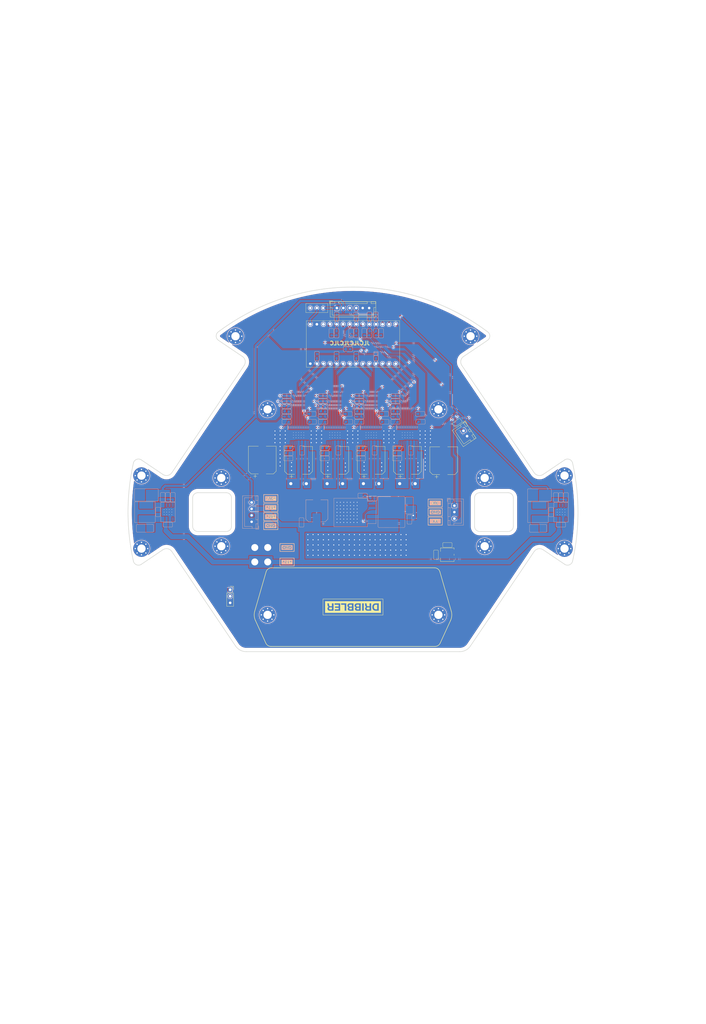
<source format=kicad_pcb>
(kicad_pcb (version 20221018) (generator pcbnew)
  (layers (0 "F.Cu" signal) (31 "B.Cu" signal) (34 "B.Paste" user) (35 "F.Paste" user) (36 "B.SilkS" user "B.Silkscreen") (37 "F.SilkS" user "F.Silkscreen") (38 "B.Mask" user) (39 "F.Mask" user) (44 "Edge.Cuts" user))
  (net 0 "")
  (net 1 "GND")
  (net 2 "+5V")
  (net 4 "+3V3")
  (net 5 "Net-(D2-K)")
  (net 6 "/ESC")
  (net 7 "/M CS 2")
  (net 8 "/M2 EN")
  (net 9 "/M2 PH")
  (net 10 "/M SW")
  (net 11 "/M SDO")
  (net 12 "/M SDI")
  (net 13 "/M SCLK")
  (net 24 "/M CS 3")
  (net 25 "/M1 OUT2")
  (net 26 "/M1 OUT1")
  (net 27 "/M3 EN")
  (net 28 "/M3 PH")
  (net 29 "/M2 OUT2")
  (net 30 "/L1 TX")
  (net 31 "/L1 RX")
  (net 32 "+12V")
  (net 33 "/M2 OUT1")
  (net 34 "/M CS 4")
  (net 35 "/M4 EN")
  (net 36 "/M4 PH")
  (net 37 "/M3 OUT2")
  (net 38 "/M3 OUT1")
  (net 40 "Net-(D1-K)")
  (net 41 "/M CS 1")
  (net 42 "/M1 EN")
  (net 43 "/M1 PH")
  (net 44 "/M4 OUT2")
  (net 45 "/M4 OUT1")
  (net 46 "Net-(U3-BOOT)")
  (net 47 "Net-(U4-BOOT)")
  (net 49 "Net-(U3-VSENSE)")
  (net 50 "Net-(U4-VSENSE)")
  (net 59 "/nSLEEP1")
  (net 60 "/nSLEEP2")
  (net 62 "/nSLEEP3")
  (net 63 "/nSLEEP4")
  (net 64 "/L3 RX")
  (net 65 "/L3 TX")
  (net 66 "+48V")
  (net 67 "Net-(C32-Pad1)")
  (net 68 "Net-(D3-A)")
  (net 69 "Net-(IC1-COMP)")
  (net 70 "Net-(IC1-FDBK)")
  (net 71 "Net-(R18-Pad2)")
  (net 72 "Net-(U1-SRC_1)")
  (net 73 "Net-(U2-SRC_1)")
  (net 74 "Net-(U5-SRC_1)")
  (net 75 "Net-(U6-SRC_1)")
  (net 76 "Net-(U2-CPH)")
  (net 77 "Net-(U2-CPL)")
  (net 78 "Net-(U6-CPH)")
  (net 79 "Net-(U6-CPL)")
  (net 80 "Net-(D4-K)")
  (net 81 "Net-(D5-K)")
  (net 82 "Net-(D6-K)")
  (net 83 "Net-(D7-K)")
  (net 84 "/nFAULT1")
  (net 85 "/nFAULT3")
  (net 86 "/nFAULT2")
  (net 87 "/nFAULT4")
  (net 88 "Net-(U1-SDO)")
  (net 89 "Net-(U1-SDI)")
  (net 90 "Net-(U2-SDO)")
  (net 91 "Net-(U2-SDI)")
  (net 92 "Net-(U5-SDO)")
  (net 93 "Net-(U5-SDI)")
  (net 94 "Net-(U6-SDO)")
  (net 95 "Net-(U6-SDI)")
  (net 96 "Net-(U1-CPH)")
  (net 97 "Net-(U1-CPL)")
  (net 98 "Net-(U5-CPH)")
  (net 99 "Net-(U5-CPL)")
  (net 100 "Net-(U1-VCP)")
  (net 101 "Net-(U5-VCP)")
  (net 102 "Net-(U2-VCP)")
  (net 103 "Net-(U6-VCP)")
  (net 104 "Net-(U2-IPROPI2)")
  (net 105 "Net-(U5-IPROPI2)")
  (net 106 "Net-(U5-IPROPI1)")
  (net 107 "Net-(U2-IPROPI1)")
  (net 108 "Net-(U6-IPROPI2)")
  (net 109 "Net-(U6-IPROPI1)")
  (net 110 "Net-(U1-IPROPI2)")
  (net 111 "Net-(U1-IPROPI1)")
  (net 112 "Net-(D8-K)")
  (net 113 "Net-(D9-K)")
  (net 114 "Net-(D10-K)")
  (net 115 "Net-(D11-K)")
  (net 116 "/TEENSYPWR")
  (footprint "MountingHole:MountingHole_3.2mm_M3_Pad_Via" (layer "F.Cu") (at 181.529207 170.274635)
    (fp_text reference "H12" hide)
    (fp_text value "MountingHole_Pad" hide)
  )
  (footprint "MountingHole:MountingHole_3.2mm_M3_Pad_Via" (layer "F.Cu") (at 230.291143 224.114135)
    (fp_text reference "H4" hide)
    (fp_text value "MountingHole_Pad" hide)
  )
  (footprint "Capacitor_SMD:CP_Elec_10x10.5" (layer "F.Cu") (at 113.43 189.8825 90)
    (fp_text reference "C33" hide)
    (fp_text value "220u")
  )
  (footprint "MountingHole:MountingHole_3.2mm_M3_Pad_Via" (layer "F.Cu") (at 66.708858 195.885863)
    (fp_text reference "H9" hide)
    (fp_text value "MountingHole_Pad" hide)
  )
  (footprint "MountingHole:MountingHole_3.2mm_M3_Pad_Via" (layer "F.Cu") (at 230.291142 195.885863)
    (fp_text reference "H10" hide)
    (fp_text value "MountingHole_Pad" hide)
  )
  (footprint "MountingHole:MountingHole_3.2mm_M3_Pad_Via" (layer "F.Cu") (at 115.470793 170.274635)
    (fp_text reference "H11" hide)
    (fp_text value "MountingHole_Pad" hide)
  )
  (footprint "Connector_PinSocket_2.54mm:PinSocket_1x03_P2.54mm_Vertical" (layer "F.Cu") (at 101 240)
    (fp_text reference "J10" hide)
    (fp_text value "Conn_01x03" hide)
  )
  (footprint "2024l2:res0603" (layer "F.Cu") (at 188.8 175.4 34)
    (fp_text reference "R3" hide)
    (fp_text value "1K" hide)
  )
  (footprint "2024l2:SS12D00G3" (layer "F.Cu") (at 134.5 131.1 180)
    (fp_text reference "SW2" hide)
    (fp_text value "SW_SPDT" hide)
  )
  (footprint "kibuzzard-655F6265" (layer "F.Cu") (at 116.7 204.7475 180)
    (fp_text reference "kibuzzard-655F6265" hide)
    (fp_text value "G***" hide)
  )
  (footprint "2024l2:14 AWG" (layer "F.Cu") (at 115.52 226.48 -90)
    (fp_text reference "J4" hide)
    (fp_text value "Conn_01x02")
  )
  (footprint "MountingHole:MountingHole_3.2mm_M3_Pad_Via" (layer "F.Cu") (at 66.708857 224.114135)
    (fp_text reference "H3" hide)
    (fp_text value "MountingHole_Pad" hide)
  )
  (footprint "2024l2:Potentiometer_Vishay_TS53YJ_Vertical" (layer "F.Cu") (at 184.96 226.48)
    (fp_text reference "RV1" hide)
    (fp_text value "10k")
  )
  (footprint "MountingHole:MountingHole_3.2mm_M3_Pad_Via" (layer "F.Cu") (at 115.470793 249.725365)
    (fp_text reference "H1" hide)
    (fp_text value "MountingHole_Pad" hide)
  )
  (footprint "2024l2:res0603" (layer "F.Cu") (at 180.59 226.48 -90)
    (fp_text reference "R18" hide)
    (fp_text value "57k")
  )
  (footprint "MountingHole:MountingHole_3.2mm_M3_Pad_Via" (layer "F.Cu") (at 199.42338 223.196162)
    (fp_text reference "H6" hide)
    (fp_text value "MountingHole_Pad" hide)
  )
  (footprint "kibuzzard-658F8E40" (layer "F.Cu") (at 123 229.3 180)
    (fp_text reference "kibuzzard-658F8E40" hide)
    (fp_text value "G***" hide)
  )
  (footprint "kibuzzard-655F61C6" (layer "F.Cu") (at 180.3 209.9975 180)
    (fp_text reference "kibuzzard-655F61C6" hide)
    (fp_text value "G***" hide)
  )
  (footprint "Capacitor_SMD:CP_Elec_10x10.5" (layer "F.Cu") (at 155.52 190 90)
    (fp_text reference "C11" hide)
    (fp_text value "470u")
  )
  (footprint "Connector_JST:JST_XH_B2B-XH-A_1x02_P2.50mm_Vertical" (layer "F.Cu") (at 191.217291 178.567376 -56)
    (fp_text reference "SW1" hide)
    (fp_text value "SW_SPST" hide)
  )
  (footprint "kibuzzard-655F61C6" (layer "F.Cu") (at 123 223.6875 180)
    (fp_text reference "kibuzzard-655F61C6" hide)
    (fp_text value "G***" hide)
  )
  (footprint "kibuzzard-6592C29D" (layer "F.Cu") (at 148.5 246.7 180)
    (fp_text reference "kibuzzard-6592C29D" hide)
    (fp_text value "G***" hide)
  )
  (footprint "MountingHole:MountingHole_3.2mm_M3_Pad_Via" (layer "F.Cu") (at 97.57662 223.196162)
    (fp_text reference "H5" hide)
    (fp_text value "MountingHole_Pad" hide)
  )
  (footprint "kibuzzard-658F9141" (layer "F.Cu") (at 180.3 213.4975 180)
    (fp_text reference "kibuzzard-658F9141" hide)
    (fp_text value "G***" hide)
  )
  (footprint "MountingHole:MountingHole_3.2mm_M3_Pad_Via" (layer "F.Cu") (at 193.943605 141.99842)
    (fp_text reference "H14" hide)
    (fp_text value "MountingHole_Pad" hide)
  )
  (footprint "Capacitor_SMD:CP_Elec_10x10.5" (layer "F.Cu") (at 183.58 190.1175 90)
    (fp_text reference "C34" hide)
    (fp_text value "220u")
  )
  (footprint "2024l2:14 AWG" (layer "F.Cu") (at 110.52 226.48 -90)
    (fp_text reference "J5" hide)
    (fp_text value "Conn_01x02")
  )
  (footprint "MountingHole:MountingHole_3.2mm_M3_Pad_Via" (layer "F.Cu") (at 181.529207 249.725365)
    (fp_text reference "H2" hide)
    (fp_text value "MountingHole_Pad" hide)
  )
  (footprint "kibuzzard-658F8E40" (layer "F.Cu") (at 116.7 208.2475 180)
    (fp_text reference "kibuzzard-658F8E40" hide)
    (fp_text value "G***" hide)
  )
  (footprint "MountingHole:MountingHole_3.2mm_M3_Pad_Via" (layer "F.Cu") (at 103.056395 141.99842)
    (fp_text reference "H13" hide)
    (fp_text value "MountingHole_Pad" hide)
  )
  (footprint "kibuzzard-655F623A" (layer "F.Cu") (at 116.7 211.7475 180)
    (fp_text reference "kibuzzard-655F623A" hide)
    (fp_text value "G***" hide)
  )
  (footprint "Capacitor_SMD:CP_Elec_10x10.5" (layer "F.Cu") (at 141.49 190 90)
    (fp_text reference "C21" hide)
    (fp_text value "470u")
  )
  (footprint "MountingHole:MountingHole_3.2mm_M3_Pad_Via" (layer "F.Cu") (at 97.57662 196.803836)
    (fp_text reference "H7" hide)
    (fp_text value "MountingHole_Pad" hide)
  )
  (footprint "Capacitor_SMD:CP_Elec_10x10.5" (layer "F.Cu") (at 127.46 190 90)
    (fp_text reference "C26" hide)
    (fp_text value "470u")
  )
  (footprint "2024l2:res0603" (layer "F.Cu") (at 185 222.7 180)
    (fp_text reference "R20" hide)
    (fp_text value "1k5")
  )
  (footprint "kibuzzard-655F61C6" (layer "F.Cu") (at 116.7 215.2475 180)
    (fp_text reference "kibuzzard-655F61C6" hide)
    (fp_text value "G***" hide)
  )
  (footprint "MountingHole:MountingHole_3.2mm_M3_Pad_Via" (layer "F.Cu") (at 199.42338 196.803836)
    (fp_text reference "H8" hide)
    (fp_text value "MountingHole_Pad" hide)
  )
  (footprint "Capacitor_SMD:CP_Elec_10x10.5" (layer "F.Cu") (at 169.55 190 90)
    (fp_text reference "C8" hide)
    (fp_text value "470u")
  )
  (footprint "Connector_JST:JST_XH_B6B-XH-A_1x06_P2.50mm_Vertical" (layer "F.Cu") (at 142.25 131.1)
    (fp_text reference "J8" hide)
    (fp_text value "Conn_01x06")
  )
  (footprint "2024l2:Teensy 4.0" (layer "F.Cu") (at 148.5 145 90)
    (fp_text reference "U7" hide)
    (fp_text value "Teensy 4.0" hide)
  )
  (footprint "kibuzzard-658F913C" (layer "F.Cu") (at 180.3 206.4975 180)
    (fp_text reference "kibuzzard-658F913C" hide)
    (fp_text value "G***" hide)
  )
  (footprint "2024l2:res0603" (layer "B.Cu") (at 150.91 165.08)
    (fp_text reference "R36" hide)
    (fp_text value "0")
  )
  (footprint "2024l2:res0603" (layer "B.Cu") (at 142.82 186.15 -90)
    (fp_text reference "R30" hide)
    (fp_text value "0")
  )
  (footprint "2024l2:cap0603" (layer "B.Cu") (at 151.51 189.23 180)
    (fp_text reference "C22" hide)
    (fp_text value "0u1")
  )
  (footprint "2024l2:SOP65P640X120-25N" (layer "B.Cu") (at 169.55 180.25 -90)
    (fp_text reference "U1" hide)
    (fp_text value "DRV8873SPWPRQ1" hide)
  )
  (footprint "2024l2:cap0603" (layer "B.Cu") (at 170.34 212.84 -90)
    (fp_text reference "C31" hide)
    (fp_text value "0u1")
  )
  (footprint "2024l2:cap0603" (layer "B.Cu") (at 228.9 214.89)
    (fp_text reference "C18" hide)
    (fp_text value "10u" hide)
  )
  (footprint "Connector_JST:JST_XH_B3B-XH-A_1x03_P2.50mm_Vertical" (layer "B.Cu") (at 187.7 207.5 -90)
    (fp_text reference "J7" hide)
    (fp_text value "Conn_01x03")
  )
  (footprint "2024l2:res0603" (layer "B.Cu") (at 156.85 186.15 -90)
    (fp_text reference "R29" hide)
    (fp_text value "0")
  )
  (footprint "2024l2:res0603" (layer "B.Cu") (at 174.515 172.038)
    (fp_text reference "R31" hide)
    (fp_text value "390")
  )
  (footprint "2024l2:res0603" (layer "B.Cu") (at 142.15 149.7 -90)
    (fp_text reference "R48" hide)
    (fp_text value "1k")
  )
  (footprint "2024l2:res0603" (layer "B.Cu") (at 136.88 173.08)
    (fp_text reference "R5" hide)
    (fp_text value "10K")
  )
  (footprint "2024l2:TO170P1435X465-6N" (layer "B.Cu") (at 149.61015 210.13 180)
    (fp_text reference "IC1" hide)
    (fp_text value "LM2587S-ADJ" hide)
  )
  (footprint "2024l2:res0603" (layer "B.Cu") (at 132.55 175.08)
    (fp_text reference "R14" hide)
    (fp_text value "390")
  )
  (footprint "2024l2:cap0603" (layer "B.Cu") (at 74.95 204.25 -90)
    (fp_text reference "C3" hide)
    (fp_text value "0u1" hide)
  )
  (footprint "2024l2:res0603" (layer "B.Cu") (at 156.02 204.7 180)
    (fp_text reference "R19" hide)
    (fp_text value "2k94")
  )
  (footprint "2024l2:res0603" (layer "B.Cu") (at 146.57 146.99 180)
    (fp_text reference "R50" hide)
    (fp_text value "1k")
  )
  (footprint "2024l2:res0603" (layer "B.Cu") (at 157.39 149.7 -90)
    (fp_text reference "R46" hide)
    (fp_text value "1k")
  )
  (footprint "2024l2:cap0603" (layer "B.Cu") (at 137.53 189.23 180)
    (fp_text reference "C12" hide)
    (fp_text value "0u1")
  )
  (footprint "2024l2:res0603" (layer "B.Cu") (at 228.899999 204.29 -90)
    (fp_text reference "R8" hide)
    (fp_text value "10K" hide)
  )
  (footprint "kibuzzard-655F61C6" (layer "B.Cu") (at 123 223.6875)
    (fp_text reference "kibuzzard-655F61C6" hide)
    (fp_text value "G***" hide)
  )
  (footprint "2024l2:1040 One Piece Inductor" (layer "B.Cu") (at 163.38 209.96 -90)
    (fp_text reference "L3" hide)
    (fp_text value "68uH" hide)
  )
  (footprint "2024l2:cap0603" (layer "B.Cu") (at 165.54 187.23 180)
    (fp_text reference "C5" hide)
    (fp_text value "1u")
  )
  (footprint "2024l2:led0603" (layer "B.Cu") (at 136.88 169.08 180)
    (fp_text reference "D6" hide)
    (fp_text value "LED")
  )
  (footprint "2024l2:EIA-7343-D" (layer "B.Cu") (at 220.6 203.39 180)
    (fp_text reference "C16" hide)
    (fp_text value "220u" hide)
  )
  (footprint "2024l2:res0603" (layer "B.Cu") (at 122.85 173.08)
    (fp_text reference "R13" hide)
    (fp_text value "10K")
  )
  (footprint "2024l2:cap0603" (layer "B.Cu") (at 123.45 189.23 180)
    (fp_text reference "C27" hide)
    (fp_text value "0u1")
  )
  (footprint "Connector_JST:JST_XH_B4B-XH-A_1x04_P2.50mm_Vertical" (layer "B.Cu") (at 109.3 213.75 90)
    (fp_text reference "J11" hide)
    (fp_text value "Conn_01x04")
  )
  (footprint "2024l2:res0603" (layer "B.Cu") (at 150.91 171.08)
    (fp_text reference "R24" hide)
    (fp_text value "330")
  )
  (footprint "2024l2:res0603" (layer "B.Cu") (at 152.85 140.85 90)
    (fp_text reference "R42" hide)
    (fp_text value "330")
  )
  (footprint "2024l2:res0603" (layer "B.Cu") (at 230.85 204.29 90)
    (fp_text reference "R9" hide)
    (fp_text value "3K24" hide)
  )
  (footprint "2024l2:led0603" (layer "B.Cu") (at 164.94 169.08 180)
    (fp_text reference "D4" hide)
    (fp_text value "LED")
  )
  (footprint "2024l2:res0603" (layer "B.Cu") (at 136.88 171.08)
    (fp_text reference "R26" hide)
    (fp_text value "330")
  )
  (footprint "2024l2:cap0603" (layer "B.Cu") (at 152.23 203.6 180)
    (fp_text reference "C32" hide)
    (fp_text value "1u")
  )
  (footprint "2024l2:res0603" (layer "B.Cu") (at 136.88 165.08)
    (fp_text reference "R38" hide)
    (fp_text value "0")
  )
  (footprint "2024l2:cap0603" (layer "B.Cu") (at 151.51 185.23 180)
    (fp_text reference "C23" hide)
    (fp_text value "47n")
  )
  (footprint "2024l2:res0603" (layer "B.Cu") (at 122.85 167.08 180)
    (fp_text reference "R39" hide)
    (fp_text value "0")
  )
  (footprint "2024l2:res0603" (layer "B.Cu") (at 128.79 186.15 -90)
    (fp_text reference "R32" hide)
    (fp_text value "0")
  )
  (footprint "2024l2:18 AWG" (layer "B.Cu") (at 169.55 199)
    (fp_text reference "J2" hide)
    (fp_text value "Conn_01x02")
  )
  (footprint "2024l2:led0603" (layer "B.Cu") (at 154.85 140.85 90)
    (fp_text reference "D9" hide)
    (fp_text value "LED")
  )
  (footprint "2024l2:cap0603" (layer "B.Cu") (at 225.1 209.99 -90)
    (fp_text reference "C15" hide)
    (fp_text value "10n" hide)
  )
  (footprint "2024l2:res0603" (layer "B.Cu") (at 164.94 171.08)
    (fp_text reference "R23" hide)
    (fp_text value "330")
  )
  (footprint "2024l2:res0603" (layer "B.Cu") (at 157.39 134.4 -90)
    (fp_text reference "R16" hide)
    (fp_text value "1k")
  )
  (footprint "2024l2:res0603" (layer "B.Cu") (at 146.57 145)
    (fp_text reference "R45" hide)
    (fp_text value "1k")
  )
  (footprint "2024l2:TI_SO-PowerPAD-8" (layer "B.Cu") (at 76.95 210 -90)
    (fp_text reference "U3" hide)
    (fp_text value "TPS5430DDA" hide)
  )
  (footprint "2024l2:EIA-7343-D" (layer "B.Cu") (at 68.6 203.35 180)
    (fp_text reference "C2" hide)
    (fp_text value "220u" hide)
  )
  (footprint "2024l2:res0603" (layer "B.Cu") (at 164.94 165.08)
    (fp_text reference "R34" hide)
    (fp_text value "0")
  )
  (footprint "2024l2:led0603" (layer "B.Cu") (at 157.39 140.85 90)
    (fp_text reference "D8" hide)
    (fp_text value "LED")
  )
  (footprint "2024l2:cap0603" (layer "B.Cu") (at 151.51 187.23 180)
    (fp_text reference "C19" hide)
    (fp_text value "1u")
  )
  (footprint "kibuzzard-658F8E40" (layer "B.Cu") (at 123 229.3)
    (fp_text reference "kibuzzard-658F8E40" hide)
    (fp_text value "G***" hide)
  )
  (footprint "2024l2:cap0603" (layer "B.Cu") (at 122.85 175.08 180)
    (fp_text reference "C25" hide)
    (fp_text value "1u")
  )
  (footprint "2024l2:res0603" (layer "B.Cu") (at 76.899999 204.25 -90)
    (fp_text reference "R1" hide)
    (fp_text value "10K" hide)
  )
  (footprint "2024l2:res0603" (layer "B.Cu") (at 164.94 173.08)
    (fp_text reference "R4" hide)
    (fp_text value "10K")
  )
  (footprint "2024l2:res0603" (layer "B.Cu") (at 159.39 140.85 90)
    (fp_text reference "R41" hide)
    (fp_text value "330")
  )
  (footprint "2024l2:cap0603" (layer "B.Cu") (at 165.54 185.23 180)
    (fp_text reference "C13" hide)
    (fp_text value "47n")
  )
  (footprint "2024l2:res0603" (layer "B.Cu") (at 174.64 175.08)
    (fp_text reference "R25" hide)
    (fp_text value "390")
  )
  (footprint "kibuzzard-655F61C6" (layer "B.Cu") (at 180.3 209.9975)
    (fp_text reference "kibuzzard-655F61C6" hide)
    (fp_text value "G***" hide)
  )
  (footprint "2024l2:0630 One Piece Inductor" (layer "B.Cu") (at 220.05 210.04 90)
    (fp_text reference "L2" hide)
    (fp_text value "15uH" hide)
  )
  (footprint "2024l2:res0603" (layer "B.Cu") (at 170.88 186.15 -90)
    (fp_text reference "R28" hide)
    (fp_text value "0")
  )
  (footprint "2024l2:cap0603" (layer "B.Cu") (at 128.6 213.99 90)
    (fp_text reference "C29" hide)
    (fp_text value "0u1")
  )
  (footprint "2024l2:res0603" (layer "B.Cu") (at 146.58 175.08)
    (fp_text reference "R10" hide)
    (fp_text value "390")
  )
  (footprint "2024l2:cap0603" (layer "B.Cu") (at 164.94 175.08 180)
    (fp_text reference "C7" hide)
    (fp_text value "1u")
  )
  (footprint "2024l2:res0603" (layer "B.Cu") (at 147.77 140.85 90)
    (fp_text reference "R43" hide)
    (fp_text value "330")
  )
  (footprint "2024l2:cap0603" (layer "B.Cu") (at 136.88 175.08 180)
    (fp_text reference "C10" hide)
    (fp_text value "1u")
  )
  (footprint "2024l2:cap0603" (layer "B.Cu") (at 137.48 185.23 180)
    (fp_text reference "C14" hide)
    (fp_text value "47n")
  )
  (footprint "2024l2:SMA (DO-214AC)" (layer "B.Cu") (at 220.05 216.29 180)
    (fp_text reference "D2" hide)
    (fp_text value "SS54" hide)
  )
  (footprint "2024l2:cap0603" (layer "B.Cu") (at 123.45 187.23 180)
    (fp_text reference "C24" hide)
    (fp_text value "1u")
  )
  (footprint "2024l2:res0603" (layer "B.Cu") (at 78.85 204.25 90)
    (fp_text reference "R2" hide)
    (fp_text value "5K9" hide)
  )
  (footprint "2024l2:res0603" (layer "B.Cu") (at 164.94 167.08 180)
    (fp_text reference "R33" hide)
    (fp_text value "0")
  )
  (footprint "2024l2:cap0603" (layer "B.Cu") (at 123.45 185.23 180)
    (fp_text reference "C28" hide)
    (fp_text value "47n")
  )
  (footprint "2024l2:18 AWG" (layer "B.Cu") (at 155.52 199)
    (fp_text reference "J3" hide)
    (fp_text value "Conn_01x02")
  )
  (footprint "2024l2:18 AWG" (layer "B.Cu") (at 141.49 199)
    (fp_text reference "J6" hide)
    (fp_text value "Conn_01x02")
  )
  (footprint "kibuzzard-658F9141" (layer "B.Cu") (at 180.3 213.4975)
    (fp_text reference "kibuzzard-658F9141" hide)
    (fp_text value "G***" hide)
  )
  (footprint "kibuzzard-655F623A" (layer "B.Cu") (at 116.7 211.7475)
    (fp_text reference "kibuzzard-655F623A" hide)
    (fp_text value "G***" hide)
  )
  (footprint "2024l2:res0603" (layer "B.Cu") (at 160.515 172.048)
    (fp_text reference "R12" hide)
    (fp_text value "390")
  )
  (footprint "2024l2:led0603" (layer "B.Cu") (at 149.77 140.85 90)
    (fp_text reference "D10" hide)
    (fp_text value "LED")
  )
  (footprint "2024l2:res0603" (layer "B.Cu") (at 149.77 134.4 -90)
    (fp_text reference "R21" hide)
    (fp_text value "1k")
  )
  (footprint "kibuzzard-658F913C" (layer "B.Cu") (at 180.3 206.4975)
    (fp_text reference "kibuzzard-658F913C" hide)
    (fp_text value "G***" hide)
  )
  (footprint "2024l2:res0603" (layer "B.Cu") (at 160.61 175.08)
    (fp_text reference "R7" hide)
    (fp_text value "390")
  )
  (footprint "2024l2:cap0603" (layer "B.Cu") (at 137.48 187.23 180)
    (fp_text reference "C6" hide)
    (fp_text value "1u")
  )
  (footprint "2024l2:res0603" (layer "B.Cu") (at 122.85 171.08)
    (fp_text reference "R27" hide)
    (fp_text value "330")
  )
  (footprint "2024l2:res0603" (layer "B.Cu") (at 149.77 149.7 -90)
    (fp_text reference "R47" hide)
    (fp_text value "1k")
  )
  (footprint "2024l2:res0603" (layer "B.Cu") (at 134.53 149.7 -90)
    (fp_text reference "R49" hide)
    (fp_text value "1k")
  )
  (footprint "kibuzzard-655F61C6" (layer "B.Cu") (at 116.7 215.2475)
    (fp_text reference "kibuzzard-655F61C6" hide)
    (fp_text value "G***" hide)
  )
  (footprint "kibuzzard-655F6265" (layer "B.Cu") (at 116.7 204.7475)
    (fp_text reference "kibuzzard-655F6265" hide)
    (fp_text value "G***" hide)
  )
  (footprint "2024l2:cap0603" (layer "B.Cu") (at 226.95 204.29 -90)
    (fp_text reference "C17" hide)
    (fp_text value "0u1" hide)
  )
  (footprint "2024l2:TI_SO-PowerPAD-8" (layer "B.Cu") (at 228.95 210.04 -90)
    (fp_text reference "U4" hide)
    (fp_text value "TPS5430DDA" hide)
  )
  (footprint "Capacitor_SMD:CP_Elec_8x6.5" (layer "B.Cu") (at 134.52 209.51 90)
    (fp_text reference "C30" hide)
    (fp_text value "100u")
  )
  (footprint "2024l2:res0603" (layer "B.Cu") (at 150.91 173.08)
    (fp_text reference "R6" hide)
    (fp_text value "10K")
  )
  (footprint "2024l2:SMA (DO-214AC)" (layer "B.Cu") (at 170.32 207.42 90)
    (fp_text reference "D3" hide)
    (fp_text value "SS510" hide)
  )
  (footprint "2024l2:res0603" (layer "B.Cu") (at 140.15 140.85 90)
    (fp_text reference "R44" hide)
    (fp_text value "330")
  )
  (footprint "2024l2:res0603" (layer "B.Cu") (at 142.15 134.4 -90)
    (fp_text reference "R22" hide)
    (fp_text value "1k")
  )
  (footprint "2024l2:res0603" (layer "B.Cu") (at 150.91 167.08 180)
    (fp_text reference "R35" hide)
    (fp_text value "0")
  )
  (footprint "2024l2:SOP65P640X120-25N" (layer "B.Cu") (at 127.46 180.25 -90)
    (fp_text reference "U6" hide)
    (fp_text value "DRV8873SPWPRQ1" hide)
  )
  (footprint "2024l2:res0603" (layer "B.Cu") (at 122.85 165.08)
    (fp_text reference "R40" hide)
    (fp_text value "0")
  )
  (footprint "2024l2:cap0603" (layer "B.Cu") (at 76.9 214.85)
    (fp_text reference "C4" hide)
    (fp_text value "10u" hide)
  )
  (footprint "2024l2:led0603" (layer "B.Cu") (at 150.91 169.08 180)
    (fp_text reference "D5" hide)
    (fp_text value "LED")
  )
  (footprint "2024l2:SOP65P640X120-25N" (layer "B.Cu") (at 155.52 180.25 -90)
    (fp_text reference "U2" hide)
    (fp_text value "DRV8873SPWPRQ1" hide)
  )
  (footprint "2024l2:res0603" (layer "B.Cu") (at 132.45 172.05)
    (fp_text reference "R15" hide)
    (fp_text value "390")
  )
  (footprint "2024l2:cap0603" (layer "B.Cu") (at 165.54 189.23 180)
    (fp_text reference "C9" hide)
    (fp_text value "0u1")
  )
  (footprint "2024l2:SOP65P640X120-25N" (layer "B.Cu") (at 141.49 180.25 -90)
    (fp_text reference "U5" hide)
    (fp_text value "DRV8873SPWPRQ1" hide)
  )
  (footprint "2024l2:cap0603" (layer "B.Cu") (at 73.1 209.95 -90)
    (fp_text reference "C1" hide)
    (fp_text value "10n")
  )
  (footprint "2024l2:SMA (DO-214AC)" (layer "B.Cu") (at 68.05 216.25 180)
    (fp_text reference "D1" hide)
    (fp_text value "SS54" hide)
  )
  (footprint "2024l2:18 AWG" (layer "B.Cu") (at 127.46 199)
    (fp_text reference "J9" hide)
    (fp_text value "Conn_01x02")
  )
  (footprint "kibuzzard-658F8E40" (layer "B.Cu") (at 116.7 208.2475)
    (fp_text reference "kibuzzard-658F8E40" hide)
    (fp_text value "G***" hide)
  )
  (footprint "2024l2:led0603" (layer "B.Cu") (at 122.85 169.08 180)
    (fp_text reference "D7" hide)
    (fp_text value "LED")
  )
  (footprint "2024l2:0630 One Piece Inductor" (layer "B.Cu") (at 68.05 210 90)
    (fp_text reference "L1" hide)
    (fp_text value "15uH" hide)
  )
  (footprint "2024l2:res0603" (layer "B.Cu") (at 136.88 167.08 180)
    (fp_text reference "R37" hide)
    (fp_text value "0")
  )
  (footprint "2024l2:led0603" (layer "B.Cu") (at 142.15 140.85 90)
    (fp_text reference "D11" hide)
    (fp_text value "LED")
  )
  (footprint "2024l2:res0603" (layer "B.Cu") (at 146.45 172.05)
    (fp_text reference "R11" hide)
    (fp_text value "390")
  )
  (footprint "2024l2:res0603" (layer "B.Cu") (at 154.85 134.4 -90)
    (fp_text reference "R17" hide)
    (fp_text value "1k")
  )
  (footprint "2024l2:cap0603" (layer "B.Cu") (at 150.91 175.08 180)
    (fp_text reference "C20" hide)
    (fp_text value "1u")
  )
  (gr_rect (start 113.94 203.2275) (end 119.46 206.2725) (stroke (width 0.2)) (fill none) (layer "B.SilkS"))
  (gr_rect (start 120.24 227.78) (end 125.76 230.825) (stroke (width 0.2)) (fill none) (layer "B.SilkS"))
  (gr_rect (start 113.94 206.7275) (end 119.46 209.7725) (stroke (width 0.2)) (fill none) (layer "B.SilkS"))
  (gr_rect (start 120.24 222.1675) (end 125.76 225.2125) (stroke (width 0.2)) (fill none) (layer "B.SilkS"))
  (gr_rect (start 177.54 211.9775) (end 183.06 215.0225) (stroke (width 0.2)) (fill none) (layer "B.SilkS"))
  (gr_rect (start 113.94 210.2275) (end 119.46 213.2725) (stroke (width 0.2)) (fill none) (layer "B.SilkS"))
  (gr_rect (start 177.54 208.4775) (end 183.06 211.5225) (stroke (width 0.2)) (fill none) (layer "B.SilkS"))
  (gr_rect (start 113.94 213.7275) (end 119.46 216.7725) (stroke (width 0.2)) (fill none) (layer "B.SilkS"))
  (gr_rect (start 177.54 204.9775) (end 183.06 208.0225) (stroke (width 0.2)) (fill none) (layer "B.SilkS"))
  (gr_arc (start 186.495356 248.280555) (mid 186.685712 250.110214) (end 186.22711 251.891667) (stroke (width 0.2)) (layer "F.SilkS"))
  (gr_rect (start 177.54 204.9775) (end 183.06 208.0225) (stroke (width 0.2)) (fill none) (layer "F.SilkS"))
  (gr_line (start 179.996381 231.525) (end 117.003619 231.525) (stroke (width 0.2)) (layer "F.SilkS"))
  (gr_arc (start 182.216554 260.641667) (mid 181.404759 261.576577) (end 180.216622 261.925) (stroke (width 0.2)) (layer "F.SilkS"))
  (gr_rect (start 120.24 227.78) (end 125.76 230.825) (stroke (width 0.2)) (fill none) (layer "F.SilkS"))
  (gr_arc (start 179.996381 231.525) (mid 181.318417 231.966528) (end 182.109801 233.113889) (stroke (width 0.2)) (layer "F.SilkS"))
  (gr_rect (start 113.94 210.2275) (end 119.46 213.2725) (stroke (width 0.2)) (fill none) (layer "F.SilkS"))
  (gr_line (start 182.216554 260.641667) (end 186.22711 251.891667) (stroke (width 0.2)) (layer "F.SilkS"))
  (gr_rect (start 113.94 203.2275) (end 119.46 206.2725) (stroke (width 0.2)) (fill none) (layer "F.SilkS"))
  (gr_arc (start 114.8902 233.113889) (mid 115.6816 231.96655) (end 117.003619 231.525) (stroke (width 0.2)) (layer "F.SilkS"))
  (gr_rect (start 177.54 208.4775) (end 183.06 211.5225) (stroke (width 0.2)) (fill none) (layer "F.SilkS"))
  (gr_line (start 114.8902 233.113889) (end 110.504644 248.280555) (stroke (width 0.2)) (layer "F.SilkS"))
  (gr_rect (start 113.94 206.7275) (end 119.46 209.7725) (stroke (width 0.2)) (fill none) (layer "F.SilkS"))
  (gr_line (start 186.495356 248.280555) (end 182.109801 233.113889) (stroke (width 0.2)) (layer "F.SilkS"))
  (gr_arc (start 110.772891 251.891667) (mid 110.314288 250.110215) (end 110.504644 248.280555) (stroke (width 0.2)) (layer "F.SilkS"))
  (gr_rect (start 136.9 243.6) (end 160.1 249.8) (stroke (width 0.15)) (fill none) (layer "F.SilkS"))
  (gr_rect (start 177.54 211.9775) (end 183.06 215.0225) (stroke (width 0.2)) (fill none) (layer "F.SilkS"))
  (gr_line (start 116.783378 261.925) (end 180.216622 261.925) (stroke (width 0.2)) (layer "F.SilkS"))
  (gr_line (start 110.772891 251.891667) (end 114.783447 260.641667) (stroke (width 0.2)) (layer "F.SilkS"))
  (gr_rect (start 113.94 213.7275) (end 119.46 216.7725) (stroke (width 0.2)) (fill none) (layer "F.SilkS"))
  (gr_rect (start 120.24 222.1675) (end 125.76 225.2125) (stroke (width 0.2)) (fill none) (layer "F.SilkS"))
  (gr_arc (start 116.783378 261.925) (mid 115.595252 261.57656) (end 114.783447 260.641667) (stroke (width 0.2)) (layer "F.SilkS"))
  (gr_arc (start 107.227015 263.962987) (mid 104.879648 263.377736) (end 103.081827 261.758951) (stroke (width 0.2)) (layer "Edge.Cuts"))
  (gr_line (start 191.264704 149.836441) (end 200.526507 143.589276) (stroke (width 0.2)) (layer "Edge.Cuts"))
  (gr_line (start 230.339522 189.822131) (end 222.020314 195.433507) (stroke (width 0.2)) (layer "Edge.Cuts"))
  (gr_arc (start 193.918139 261.758951) (mid 192.120309 263.377725) (end 189.772951 263.962987) (stroke (width 0.2)) (layer "Edge.Cuts"))
  (gr_line (start 197.499983 202.5) (end 208.499983 202.5) (stroke (width 0.2)) (layer "Edge.Cuts"))
  (gr_line (start 88.499983 202.5) (end 99.499983 202.5) (stroke (width 0.2)) (layer "Edge.Cuts"))
  (gr_arc (start 230.339522 189.822131) (mid 232.197652 189.622041) (end 233.409859 191.044446) (stroke (width 0.2)) (layer "Edge.Cuts"))
  (gr_arc (start 208.499983 202.5) (mid 209.914197 203.085786) (end 210.499983 204.5) (stroke (width 0.2)) (layer "Edge.Cuts"))
  (gr_arc (start 88.499983 217.5) (mid 87.085769 216.914214) (end 86.499983 215.5) (stroke (width 0.2)) (layer "Edge.Cuts"))
  (gr_line (start 96.473459 143.589276) (end 105.735262 149.836441) (stroke (width 0.2)) (layer "Edge.Cuts"))
  (gr_arc (start 222.020314 195.433507) (mid 220.14531 195.814981) (end 218.549738 194.758896) (stroke (width 0.2)) (layer "Edge.Cuts"))
  (gr_arc (start 200.60596 140.329582) (mid 201.407528 141.979935) (end 200.526507 143.589276) (stroke (width 0.2)) (layer "Edge.Cuts"))
  (gr_arc (start 99.499983 202.5) (mid 100.914197 203.085786) (end 101.499983 204.5) (stroke (width 0.2)) (layer "Edge.Cuts"))
  (gr_line (start 208.499983 217.5) (end 197.499983 217.5) (stroke (width 0.2)) (layer "Edge.Cuts"))
  (gr_arc (start 78.450228 194.758896) (mid 76.854664 195.814943) (end 74.979652 195.433507) (stroke (width 0.2)) (layer "Edge.Cuts"))
  (gr_line (start 74.979652 195.433507) (end 66.660444 189.822131) (stroke (width 0.2)) (layer "Edge.Cuts"))
  (gr_line (start 101.499983 204.5) (end 101.499983 215.5) (stroke (width 0.2)) (layer "Edge.Cuts"))
  (gr_line (start 106.409873 153.307017) (end 78.450228 194.758896) (stroke (width 0.2)) (layer "Edge.Cuts"))
  (gr_arc (start 101.499983 215.5) (mid 100.914197 216.914214) (end 99.499983 217.5) (stroke (width 0.2)) (layer "Edge.Cuts"))
  (gr_arc (start 218.549738 225.241104) (mid 220.14531 224.185019) (end 222.020314 224.566493) (stroke (width 0.2)) (layer "Edge.Cuts"))
  (gr_line (start 107.227015 263.962987) (end 189.772951 263.962987) (stroke (width 0.2)) (layer "Edge.Cuts"))
  (gr_line (start 210.499983 204.5) (end 210.499983 215.5) (stroke (width 0.2)) (layer "Edge.Cuts"))
  (gr_arc (start 63.590107 191.044446) (mid 64.802317 189.622019) (end 66.660444 189.822131) (stroke (width 0.2)) (layer "Edge.Cuts"))
  (gr_arc (start 210.499983 215.5) (mid 209.914197 216.914214) (end 208.499983 217.5) (stroke (width 0.2)) (layer "Edge.Cuts"))
  (gr_arc (start 190.590093 153.307017) (mid 190.208619 151.432013) (end 191.264704 149.836441) (stroke (width 0.2)) (layer "Edge.Cuts"))
  (gr_arc (start 233.409859 228.955554) (mid 232.197652 230.377959) (end 230.339522 230.177869) (stroke (width 0.2)) (layer "Edge.Cuts"))
  (gr_line (start 78.450228 225.241104) (end 103.081827 261.758951) (stroke (width 0.2)) (layer "Edge.Cuts"))
  (gr_line (start 218.549738 194.758896) (end 190.590093 153.307017) (stroke (width 0.2)) (layer "Edge.Cuts"))
  (gr_arc (start 74.979652 224.566493) (mid 76.854677 224.184988) (end 78.450228 225.241104) (stroke (width 0.2)) (layer "Edge.Cuts"))
  (gr_line (start 86.499983 215.5) (end 86.499983 204.5) (stroke (width 0.2)) (layer "Edge.Cuts"))
  (gr_arc (start 197.499983 217.5) (mid 196.085769 216.914214) (end 195.499983 215.5) (stroke (width 0.2)) (layer "Edge.Cuts"))
  (gr_line (start 195.499983 215.5) (end 195.499983 204.5) (stroke (width 0.2)) (layer "Edge.Cuts"))
  (gr_arc (start 96.394006 140.329582) (mid 148.499983 123) (end 200.60596 140.329582) (stroke (width 0.2)) (layer "Edge.Cuts"))
  (gr_arc (start 66.660444 230.177869) (mid 64.802333 230.377943) (end 63.590107 228.955554) (stroke (width 0.2)) (layer "Edge.Cuts"))
  (gr_arc (start 86.499983 204.5) (mid 87.085769 203.085786) (end 88.499983 202.5) (stroke (width 0.2)) (layer "Edge.Cuts"))
  (gr_arc (start 233.409859 191.044446) (mid 235.499983 210) (end 233.409859 228.955554) (stroke (width 0.2)) (layer "Edge.Cuts"))
  (gr_arc (start 63.590107 228.955554) (mid 61.499983 210) (end 63.590107 191.044446) (stroke (width 0.2)) (layer "Edge.Cuts"))
  (gr_arc (start 105.735262 149.836441) (mid 106.791346 151.432012) (end 106.409873 153.307017) (stroke (width 0.2)) (layer "Edge.Cuts"))
  (gr_arc (start 96.473459 143.589276) (mid 95.592437 141.979935) (end 96.394006 140.329582) (stroke (width 0.2)) (layer "Edge.Cuts"))
  (gr_arc (start 195.499983 204.5) (mid 196.085769 203.085786) (end 197.499983 202.5) (stroke (width 0.2)) (layer "Edge.Cuts"))
  (gr_line (start 222.020314 224.566493) (end 230.339522 230.177869) (stroke (width 0.2)) (layer "Edge.Cuts"))
  (gr_line (start 99.499983 217.5) (end 88.499983 217.5) (stroke (width 0.2)) (layer "Edge.Cuts"))
  (gr_line (start 193.918139 261.758951) (end 218.549738 225.241104) (stroke (width 0.2)) (layer "Edge.Cuts"))
  (gr_line (start 66.660444 230.177869) (end 74.979652 224.566493) (stroke (width 0.2)) (layer "Edge.Cuts"))
  (gr_text "JLCJLCJLCJLC" (at 155.18 145.58) (layer "F.SilkS") (effects (font (size 1.5 1.5) (thickness 0.3) bold) (justify left bottom mirror)))
  (via (at 162.41 178.65) (size 0.8) (drill 0.4) (layers "F.Cu" "B.Cu") (net 1))
  (via (at 120.32 189.15) (size 0.8) (drill 0.4) (layers "F.Cu" "B.Cu") (net 1))
  (via (at 161.05 218.7) (size 0.8) (drill 0.4) (layers "F.Cu" "B.Cu") (net 1))
  (via (at 139.05 222.7) (size 0.8) (drill 0.4) (layers "F.Cu" "B.Cu") (net 1))
  (via (at 174.44 181.65) (size 0.8) (drill 0.4) (layers "F.Cu" "B.Cu") (net 1))
  (via (at 131.05 224.7) (size 0.8) (drill 0.4) (layers "F.Cu" "B.Cu") (net 1))
  (via (at 160.41 181.65) (size 0.8) (drill 0.4) (layers "F.Cu" "B.Cu") (net 1))
  (via (at 176.44 184.65) (size 0.8) (drill 0.4) (layers "F.Cu" "B.Cu") (net 1))
  (via (at 169.05 222.7) (size 0.8) (drill 0.4) (layers "F.Cu" "B.Cu") (net 1))
  (via (at 143.05 226.7) (size 0.8) (drill 0.4) (layers "F.Cu" "B.Cu") (net 1))
  (via (at 134.35 180.15) (size 0.8) (drill 0.4) (layers "F.Cu" "B.Cu") (net 1))
  (via (at 176.44 187.65) (size 0.8) (drill 0.4) (layers "F.Cu" "B.Cu") (net 1))
  (via (at 178.44 180.15) (size 0.8) (drill 0.4) (layers "F.Cu" "B.Cu") (net 1))
  (via (at 159.05 220.7) (size 0.8) (drill 0.4) (layers "F.Cu" "B.Cu") (net 1))
  (via (at 176.44 189.15) (size 0.8) (drill 0.4) (layers "F.Cu" "B.Cu") (net 1))
  (via (at 135.05 218.7) (size 0.8) (drill 0.4) (layers "F.Cu" "B.Cu") (net 1))
  (via (at 143.05 218.7) (size 0.8) (drill 0.4) (layers "F.Cu" "B.Cu") (net 1))
  (via (at 145.05 220.7) (size 0.8) (drill 0.4) (layers "F.Cu" "B.Cu") (net 1))
  (via (at 132.35 180.15) (size 0.8) (drill 0.4) (layers "F.Cu" "B.Cu") (net 1))
  (via (at 141.05 222.7) (size 0.8) (drill 0.4) (layers "F.Cu" "B.Cu") (net 1))
  (via (at 165.05 220.7) (size 0.8) (drill 0.4) (layers "F.Cu" "B.Cu") (net 1))
  (via (at 169.05 226.7) (size 0.8) (drill 0.4) (layers "F.Cu" "B.Cu") (net 1))
  (via (at 149.05 222.7) (size 0.8) (drill 0.4) (layers "F.Cu" "B.Cu") (net 1))
  (via (at 136.35 178.65) (size 0.8) (drill 0.4) (layers "F.Cu" "B.Cu") (net 1))
  (via (at 149.05 226.7) (size 0.8) (drill 0.4) (layers "F.Cu" "B.Cu") (net 1))
  (via (at 141.05 218.7) (size 0.8) (drill 0.4) (layers "F.Cu" "B.Cu") (net 1))
  (via (at 157.05 220.7) (size 0.8) (drill 0.4) (layers "F.Cu" "B.Cu") (net 1))
  (via (at 118.32 181.65) (size 0.8) (drill 0.4) (layers "F.Cu" "B.Cu") (net 1))
  (via (at 163.05 226.7) (size 0.8) (drill 0.4) (layers "F.Cu" "B.Cu") (net 1))
  (via (at 176.44 178.65) (size 0.8) (drill 0.4) (layers "F.Cu" "B.Cu") (net 1))
  (via (at 157.05 218.7) (size 0.8) (drill 0.4) (layers "F.Cu" "B.Cu") (net 1))
  (via (at 151.05 224.7) (size 0.8) (drill 0.4) (layers "F.Cu" "B.Cu") (net 1))
  (via (at 146.38 181.65) (size 0.8) (drill 0.4) (layers "F.Cu" "B.Cu") (net 1))
  (via (at 169.05 224.7) (size 0.8) (drill 0.4) (layers "F.Cu" "B.Cu") (net 1))
  (via (at 174.44 183.15) (size 0.8) (drill 0.4) (layers "F.Cu" "B.Cu") (net 1))
  (via (at 120.32 187.65) (size 0.8) (drill 0.4) (layers "F.Cu" "B.Cu") (net 1))
  (via (at 148.38 183.15) (size 0.8) (drill 0.4) (layers "F.Cu" "B.Cu") (net 1))
  (via (at 164.41 181.65) (size 0.8) (drill 0.4) (layers "F.Cu" "B.Cu") (net 1))
  (via (at 150.38 183.15) (size 0.8) (drill 0.4) (layers "F.Cu" "B.Cu") (net 1))
  (via (at 120.32 183.15) (size 0.8) (drill 0.4) (layers "F.Cu" "B.Cu") (net 1))
  (via (at 161.05 226.7) (size 0.8) (drill 0.4) (layers "F.Cu" "B.Cu") (net 1))
  (via (at 146.38 178.65) (size 0.8) (drill 0.4) (layers "F.Cu" "B.Cu") (net 1))
  (via (at 153.05 222.7) (size 0.8) (drill 0.4) (layers "F.Cu" "B.Cu") (net 1))
  (via (at 151.05 222.7) (size 0.8) (drill 0.4) (layers "F.Cu" "B.Cu") (net 1))
  (via (at 131.05 222.7) (size 0.8) (drill 0.4) (layers "F.Cu" "B.Cu") (net 1))
  (via (at 132.35 181.65) (size 0.8) (drill 0.4) (layers "F.Cu" "B.Cu") (net 1))
  (via (at 151.05 220.7) (size 0.8) (drill 0.4) (layers "F.Cu" "B.Cu") (net 1))
  (via (at 146.38 183.15) (size 0.8) (drill 0.4) (layers "F.Cu" "B.Cu") (net 1))
  (via (at 169.05 218.7) (size 0.8) (drill 0.4) (layers "F.Cu" "B.Cu") (net 1))
  (via (at 155.05 218.7) (size 0.8) (drill 0.4) (layers "F.Cu" "B.Cu") (net 1))
  (via (at 137.05 218.7) (size 0.8) (drill 0.4) (layers "F.Cu" "B.Cu") (net 1))
  (via (at 178.44 183.15) (size 0.8) (drill 0.4) (layers "F.Cu" "B.Cu") (net 1))
  (via (at 162.41 180.15) (size 0.8) (drill 0.4) (layers "F.Cu" "B.Cu") (net 1))
  (via (at 174.44 178.65) (size 0.8) (drill 0.4) (layers "F.Cu" "B.Cu") (net 1))
  (via (at 162.41 183.15) (size 0.8) (drill 0.4) (layers "F.Cu" "B.Cu") (net 1))
  (via (at 141.05 224.7) (size 0.8) (drill 0.4) (layers "F.Cu" "B.Cu") (net 1))
  (via (at 161.05 220.7) (size 0.8) (drill 0.4) (layers "F.Cu" "B.Cu") (net 1))
  (via (at 174.44 180.15) (size 0.8) (drill 0.4) (layers "F.Cu" "B.Cu") (net 1))
  (via (at 167.05 222.7) (size 0.8) (drill 0.4) (layers "F.Cu" "B.Cu") (net 1))
  (via (at 145.05 224.7) (size 0.8) (drill 0.4) (layers "F.Cu" "B.Cu") (net 1))
  (via (at 178.44 178.65) (size 0.8) (drill 0.4) (layers "F.Cu" "B.Cu") (net 1))
  (via (at 163.05 220.7) (size 0.8) (drill 0.4) (layers "F.Cu" "B.Cu") (net 1))
  (via (at 120.32 184.65) (size 0.8) (drill 0.4) (layers "F.Cu" "B.Cu") (net 1))
  (via (at 165.05 224.7) (size 0.8) (drill 0.4) (layers "F.Cu" "B.Cu") (net 1))
  (via (at 135.05 220.7) (size 0.8) (drill 0.4) (layers "F.Cu" "B.Cu") (net 1))
  (via (at 159.05 222.7) (size 0.8) (drill 0.4) (layers "F.Cu" "B.Cu") (net 1))
  (via (at 169.05 220.7) (size 0.8) (drill 0.4) (layers "F.Cu" "B.Cu") (net 1))
  (via (at 155.05 220.7) (size 0.8) (drill 0.4) (layers "F.Cu" "B.Cu") (net 1))
  (via (at 160.41 180.15) (size 0.8) (drill 0.4) (layers "F.Cu" "B.Cu") (net 1))
  (via (at 122.32 181.65) (size 0.8) (drill 0.4) (layers "F.Cu" "B.Cu") (net 1))
  (via (at 148.38 178.65) (size 0.8) (drill 0.4) (layers "F.Cu" "B.Cu") (net 1))
  (via (at 160.41 178.65) (size 0.8) (drill 0.4) (layers "F.Cu" "B.Cu") (net 1))
  (via (at 153.05 218.7) (size 0.8) (drill 0.4) (layers "F.Cu" "B.Cu") (net 1))
  (via (at 162.41 181.65) (size 0.8) (drill 0.4) (layers "F.Cu" "B.Cu") (net 1))
  (via (at 148.38 181.65) (size 0.8) (drill 0.4) (layers "F.Cu" "B.Cu") (net 1))
  (via (at 155.05 226.7) (size 0.8) (drill 0.4) (layers "F.Cu" "B.Cu") (net 1))
  (via (at 151.05 218.7) (size 0.8) (drill 0.4) (layers "F.Cu" "B.Cu") (net 1))
  (via (at 137.05 224.7) (size 0.8) (drill 0.4) (layers "F.Cu" "B.Cu") (net 1))
  (via (at 165.05 226.7) (size 0.8) (drill 0.4) (layers "F.Cu" "B.Cu") (net 1))
  (via (at 155.05 222.7) (size 0.8) (drill 0.4) (layers "F.Cu" "B.Cu") (net 1))
  (via (at 139.05 218.7) (size 0.8) (drill 0.4) (layers "F.Cu" "B.Cu") (net 1))
  (via (at 118.32 180.15) (size 0.8) (drill 0.4) (layers "F.Cu" "B.Cu") (net 1))
  (via (at 143.05 222.7) (size 0.8) (drill 0.4) (layers "F.Cu" "B.Cu") (net 1))
  (via (at 120.32 186.15) (size 0.8) (drill 0.4) (layers "F.Cu" "B.Cu") (net 1))
  (via (at 131.05 218.7) (size 0.8) (drill 0.4) (layers "F.Cu" "B.Cu") (net 1))
  (via (at 163.05 222.7) (size 0.8) (drill 0.4) (layers "F.Cu" "B.Cu") (net 1))
  (via (at 120.32 192.15) (size 0.8) (drill 0.4) (layers "F.Cu" "B.Cu") (net 1))
  (via (at 150.38 178.65) (size 0.8) (drill 0.4) (layers "F.Cu" "B.Cu") (net 1))
  (via (at 147.05 224.7) (size 0.8) (drill 0.4) (layers "F.Cu" "B.Cu") (net 1))
  (via (at 167.05 226.7) (size 0.8) (drill 0.4) (layers "F.Cu" "B.Cu") (net 1))
  (via (at 132.35 178.65) (size 0.8) (drill 0.4) (layers "F.Cu" "B.Cu") (net 1))
  (via (at 160.41 183.15) (size 0.8) (drill 0.4) (layers "F.Cu" "B.Cu") (net 1))
  (via (at 135.05 226.7) (size 0.8) (drill 0.4) (layers "F.Cu" "B.Cu") (net 1))
  (via (at 159.05 218.7) (size 0.8) (drill 0.4) (layers "F.Cu" "B.Cu") (net 1))
  (via (at 134.35 178.65) (size 0.8) (drill 0.4) (layers "F.Cu" "B.Cu") (net 1))
  (via (at 137.05 220.7) (size 0.8) (drill 0.4) (layers "F.Cu" "B.Cu") (net 1))
  (via (at 176.44 186.15) (size 0.8) (drill 0.4) (layers "F.Cu" "B.Cu") (net 1))
  (via (at 176.44 192.15) (size 0.8) (drill 0.4) (layers "F.Cu" "B.Cu") (net 1))
  (via (at 178.44 181.65) (size 0.8) (drill 0.4) (layers "F.Cu" "B.Cu") (net 1))
  (via (at 161.05 222.7) (size 0.8) (drill 0.4) (layers "F.Cu" "B.Cu") (net 1))
  (via (at 133.05 220.7) (size 0.8) (drill 0.4) (layers "F.Cu" "B.Cu") (net 1))
  (via (at 176.44 180.15) (size 0.8) (drill 0.4) (layers "F.Cu" "B.Cu") (net 1))
  (via (at 155.05 224.7) (size 0.8) (drill 0.4) (layers "F.Cu" "B.Cu") (net 1))
  (via (at 134.35 183.15) (size 0.8) (drill 0.4) (layers "F.Cu" "B.Cu") (net 1))
  (via (at 163.05 224.7) (size 0.8) (drill 0.4) (layers "F.Cu" "B.Cu") (net 1))
  (via (at 151.05 226.7) (size 0.8) (drill 0.4) (layers "F.Cu" "B.Cu") (net 1))
  (via (at 131.05 220.7) (size 0.8) (drill 0.4) (layers "F.Cu" "B.Cu") (net 1))
  (via (at 143.05 224.7) (size 0.8) (drill 0.4) (layers "F.Cu" "B.Cu") (net 1))
  (via (at 176.44 181.65) (size 0.8) (drill 0.4) (layers "F.Cu" "B.Cu") (net 1))
  (via (at 176.44 190.65) (size 0.8) (drill 0.4) (layers "F.Cu" "B.Cu") (net 1))
  (via (at 157.05 226.7) (size 0.8) (drill 0.4) (layers "F.Cu" "B.Cu") (net 1))
  (via (at 146.38 180.15) (size 0.8) (drill 0.4) (layers "F.Cu" "B.Cu") (net 1))
  (via (at 159.05 226.7) (size 0.8) (drill 0.4) (layers "F.Cu" "B.Cu") (net 1))
  (via (at 145.05 226.7) (size 0.8) (drill 0.4) (layers "F.Cu" "B.Cu") (net 1))
  (via (at 136.35 180.15) (size 0.8) (drill 0.4) (layers "F.Cu" "B.Cu") (net 1))
  (via (at 147.05 218.7) (size 0.8) (drill 0.4) (layers "F.Cu" "B.Cu") (net 1))
  (via (at 153.05 226.7) (size 0.8) (drill 0.4) (layers "F.Cu" "B.Cu") (net 1))
  (via (at 153.05 224.7) (size 0.8) (drill 0.4) (layers "F.Cu" "B.Cu") (net 1))
  (via (at 161.05 224.7) (size 0.8) (drill 0.4) (layers "F.Cu" "B.Cu") (net 1))
  (via (at 133.05 226.7) (size 0.8) (drill 0.4) (layers "F.Cu" "B.Cu") (net 1))
  (via (at 131.05 226.7) (size 0.8) (drill 0.4) (layers "F.Cu" "B.Cu") (net 1))
  (via (at 135.05 224.7) (size 0.8) (drill 0.4) (layers "F.Cu" "B.Cu") (net 1))
  (via (at 145.05 218.7) (size 0.8) (drill 0.4) (layers "F.Cu" "B.Cu") (net 1))
  (via (at 143.05 220.7) (size 0.8) (drill 0.4) (layers "F.Cu" "B.Cu") (net 1))
  (via (at 139.05 224.7) (size 0.8) (drill 0.4) (layers "F.Cu" "B.Cu") (net 1))
  (via (at 147.05 222.7) (size 0.8) (drill 0.4) (layers "F.Cu" "B.Cu") (net 1))
  (via (at 145.05 222.7) (size 0.8) (drill 0.4) (layers "F.Cu" "B.Cu") (net 1))
  (via (at 136.35 183.15) (size 0.8) (drill 0.4) (layers "F.Cu" "B.Cu") (net 1))
  (via (at 137.05 222.7) (size 0.8) (drill 0.4) (layers "F.Cu" "B.Cu") (net 1))
  (via (at 176.44 193.65) (size 0.8) (drill 0.4) (layers "F.Cu" "B.Cu") (net 1))
  (via (at 164.41 178.65) (size 0.8) (drill 0.4) (layers "F.Cu" "B.Cu") (net 1))
  (via (at 165.05 222.7) (size 0.8) (drill 0.4) (layers "F.Cu" "B.Cu") (net 1))
  (via (at 120.32 190.65) (size 0.8) (drill 0.4) (layers "F.Cu" "B.Cu") (net 1))
  (via (at 150.38 180.15) (size 0.8) (drill 0.4) (layers "F.Cu" "B.Cu") (net 1))
  (via (at 165.05 218.7) (size 0.8) (drill 0.4) (layers "F.Cu" "B.Cu") (net 1))
  (via (at 135.05 222.7) (size 0.8) (drill 0.4) (layers "F.Cu" "B.Cu") (net 1))
  (via (at 136.35 181.65) (size 0.8) (drill 0.4) (layers "F.Cu" "B.Cu") (net 1))
  (via (at 122.32 183.15) (size 0.8) (drill 0.4) (layers "F.Cu" "B.Cu") (net 1))
  (via (at 150.38 181.65) (size 0.8) (drill 0.4) (layers "F.Cu" "B.Cu") (net 1))
  (via (at 122.32 180.15) (size 0.8) (drill 0.4) (layers "F.Cu" "B.Cu") (net 1))
  (via (at 141.05 220.7) (size 0.8) (drill 0.4) (layers "F.Cu" "B.Cu") (net 1))
  (via (at 120.32 178.65) (size 0.8) (drill 0.4) (layers "F.Cu" "B.Cu") (net 1))
  (via (at 167.05 220.7) (size 0.8) (drill 0.4) (layers "F.Cu" "B.Cu") (net 1))
  (via (at 164.41 180.15) (size 0.8) (drill 0.4) (layers "F.Cu" "B.Cu") (net 1))
  (via (at 139.05 220.7) (size 0.8) (drill 0.4) (layers "F.Cu" "B.Cu") (net 1))
  (via (at 149.05 224.7) (size 0.8) (drill 0.4) (layers "F.Cu" "B.Cu") (net 1))
  (via (at 157.05 224.7) (size 0.8) (drill 0.4) (layers "F.Cu" "B.Cu") (net 1))
  (via (at 122.32 178.65) (size 0.8) (drill 0.4) (layers "F.Cu" "B.Cu") (net 1))
  (via (at 163.05 218.7) (size 0.8) (drill 0.4) (layers "F.Cu" "B.Cu") (net 1))
  (via (at 167.05 218.7) (size 0.8) (drill 0.4) (layers "F.Cu" "B.Cu") (net 1))
  (via (at 120.32 181.65) (size 0.8) (drill 0.4) (layers "F.Cu" "B.Cu") (net 1))
  (via (at 133.05 224.7) (size 0.8) (drill 0.4) (layers "F.Cu" "B.Cu") (net 1))
  (via (at 118.32 178.65) (size 0.8) (drill 0.4) (layers "F.Cu" "B.Cu") (net 1))
  (via (at 118.32 183.15) (size 0.8) (drill 0.4) (layers "F.Cu" "B.Cu") (net 1))
  (via (at 176.44 183.15) (size 0.8) (drill 0.4) (layers "F.Cu" "B.Cu") (net 1))
  (via (at 157.05 222.7) (size 0.8) (drill 0.4) (layers "F.Cu" "B.Cu") (net 1))
  (via (at 133.05 222.7) (size 0.8) (drill 0.4) (layers "F.Cu" "B.Cu") (net 1))
  (via (at 137.05 226.7) (size 0.8) (drill 0.4) (layers "F.Cu" "B.Cu") (net 1))
  (via (at 134.35 181.65) (size 0.8) (drill 0.4) (layers "F.Cu" "B.Cu") (net 1))
  (via (at 120.32 180.15) (size 0.8) (drill 0.4) (layers "F.Cu" "B.Cu") (net 1))
  (via (at 149.05 220.7) (size 0.8) (drill 0.4) (layers "F.Cu" "B.Cu") (net 1))
  (via (at 167.05 224.7) (size 0.8) (drill 0.4) (layers "F.Cu" "B.Cu") (net 1))
  (via (at 148.38 180.15) (size 0.8) (drill 0.4) (layers "F.Cu" "B.Cu") (net 1))
  (via (at 153.05 220.7) (size 0.8) (drill 0.4) (layers "F.Cu" "B.Cu") (net 1))
  (via (at 164.41 183.15) (size 0.8) (drill 0.4) (layers "F.Cu" "B.Cu") (net 1))
  (via (at 133.05 218.7) (size 0.8) (drill 0.4) (layers "F.Cu" "B.Cu") (net 1))
  (via (at 132.35 183.15) (size 0.8) (drill 0.4) (layers "F.Cu" "B.Cu") (net 1))
  (via (at 139.05 226.7) (size 0.8) (drill 0.4) (layers "F.Cu" "B.Cu") (net 1))
  (via (at 159.05 224.7) (size 0.8) (drill 0.4) (layers "F.Cu" "B.Cu") (net 1))
  (via (at 147.05 220.7) (size 0.8) (drill 0.4) (layers "F.Cu" "B.Cu") (net 1))
  (via (at 141.05 226.7) (size 0.8) (drill 0.4) (layers "F.Cu" "B.Cu") (net 1))
  (via (at 147.05 226.7) (size 0.8) (drill 0.4) (layers "F.Cu" "B.Cu") (net 1))
  (via (at 149.05 218.7) (size 0.8) (drill 0.4) (layers "F.Cu" "B.Cu") (net 1))
  (segment (start 142.25 130.39) (end 142.25 131.1) (width 0.75) (layer "F.Cu") (net 2))
  (segment (start 148.83 177.2) (end 162.85 177.2) (width 0.25) (layer "F.Cu") (net 2))
  (segment (start 190.932905 173.482971) (end 193.257971 173.482971) (width 0.25) (layer "F.Cu") (net 2))
  (segment (start 134.8 177.26) (end 134.81 177.27) (width 0.25) (layer "F.Cu") (net 2))
  (segment (start 148.76 177.27) (end 148.81 177.22) (width 0.25) (layer "F.Cu") (net 2))
  (segment (start 160.73 128.08) (end 144.56 128.08) (width 0.75) (layer "F.Cu") (net 2))
  (segment (start 189.46323 174.952646) (end 190.932905 173.482971) (width 0.25) (layer "F.Cu") (net 2))
  (segment (start 148.81 177.22) (end 148.83 177.2) (width 0.25) (layer "F.Cu") (net 2))
  (segment (start 144.56 128.08) (end 142.25 130.39) (width 0.75) (layer "F.Cu") (net 2))
  (segment (start 162.85 177.2) (end 178.95 177.2) (width 0.25) (layer "F.Cu") (net 2))
  (segment (start 120.76 177.26) (end 134.8 177.26) (width 0.25) (layer "F.Cu") (net 2))
  (segment (start 134.81 177.27) (end 148.76 177.27) (width 0.25) (layer "F.Cu") (net 2))
  (segment (start 167.05 134.4) (end 160.73 128.08) (width 0.75) (layer "F.Cu") (net 2))
  (via (at 134.81 177.27) (size 0.8) (drill 0.4) (layers "F.Cu" "B.Cu") (net 2))
  (via (at 193.257971 173.482971) (size 0.8) (drill 0.4) (layers "F.Cu" "B.Cu") (net 2))
  (via (at 162.85 177.2) (size 0.8) (drill 0.4) (layers "F.Cu" "B.Cu") (net 2))
  (via (at 148.81 177.22) (size 0.8) (drill 0.4) (layers "F.Cu" "B.Cu") (net 2))
  (via (at 120.76 177.26) (size 0.8) (drill 0.4) (layers "F.Cu" "B.Cu") (net 2))
  (via (at 178.95 177.2) (size 0.8) (drill 0.4) (layers "F.Cu" "B.Cu") (net 2))
  (via (at 167.05 134.4) (size 0.8) (drill 0.4) (layers "F.Cu" "B.Cu") (net 2))
  (segment (start 151.7 175.1) (end 149.58 177.22) (width 0.25) (layer "B.Cu") (net 2))
  (segment (start 189.8 171.95) (end 192.3 174.45) (width 0.75) (layer "B.Cu") (net 2))
  (segment (start 223.25 200.2) (end 223.8 200.75) (width 0.75) (layer "B.Cu") (net 2))
  (segment (start 182.35 177.2) (end 178.95 177.2) (width 0.25) (layer "B.Cu") (net 2))
  (segment (start 192.3 174.440942) (end 192.3 174.45) (width 0.25) (layer "B.Cu") (net 2))
  (segment (start 186.525 153.375) (end 186.525 168.675) (width 0.75) (layer "B.Cu") (net 2))
  (segment (start 142.25 131.1) (end 137 131.1) (width 0.75) (layer "B.Cu") (net 2))
  (segment (start 165.975 177.312) (end 165.975 175.315) (width 0.25) (layer "B.Cu") (net 2))
  (segment (start 223.8 200.75) (end 223.8 203.39) (width 0.75) (layer "B.Cu") (net 2))
  (segment (start 123.65 175.14) (end 121.53 177.26) (width 0.25) (layer "B.Cu") (net 2))
  (segment (start 149.58 177.22) (end 148.81 177.22) (width 0.25) (layer "B.Cu") (net 2))
  (segment (start 137.915 177.312) (end 137.915 175.315) (width 0.25) (layer "B.Cu") (net 2))
  (segment (start 186.525 168.675) (end 189.8 171.95) (width 0.75) (layer "B.Cu") (net 2))
  (segment (start 218.05 200.2) (end 223.25 200.2) (width 0.75) (layer "B.Cu") (net 2))
  (segment (start 188.6875 170.8625) (end 182.35 177.2) (width 0.25) (layer "B.Cu") (net 2))
  (segment (start 121.53 177.26) (end 120.76 177.26) (width 0.25) (layer "B.Cu") (net 2))
  (segment (start 135.58 177.27) (end 134.81 177.27) (width 0.25) (layer "B.Cu") (net 2))
  (segment (start 137.7 175.15) (end 135.58 177.27) (width 0.25) (layer "B.Cu") (net 2))
  (segment (start 193.257971 173.482971) (end 192.3 174.440942) (width 0.25) (layer "B.Cu") (net 2))
  (segment (start 163.62 177.2) (end 162.85 177.2) (width 0.25) (layer "B.Cu") (net 2))
  (segment (start 165.74 175.08) (end 163.62 177.2) (width 0.25) (layer "B.Cu") (net 2))
  (segment (start 151.945 177.312) (end 151.945 175.315) (width 0.25) (layer "B.Cu") (net 2))
  (segment (start 188.7125 170.8625) (end 188.6875 170.8625) (width 0.25) (layer "B.Cu") (net 2))
  (segment (start 167.05 134.4) (end 186.525 153.375) (width 0.75) (layer "B.Cu") (net 2))
  (segment (start 123.885 177.312) (end 123.885 175.315) (width 0.25) (layer "B.Cu") (net 2))
  (segment (start 192.3 174.45) (end 218.05 200.2) (width 0.75) (layer "B.Cu") (net 2))
  (segment (start 148.3 168.65) (end 162.45 168.65) (width 0.25) (layer "F.Cu") (net 4))
  (segment (start 120.325 168.65) (end 134.275 168.65) (width 0.25) (layer "F.Cu") (net 4))
  (segment (start 134.275 168.65) (end 148.3 168.65) (width 0.25) (layer "F.Cu") (net 4))
  (via (at 134.275 168.65) (size 0.8) (drill 0.4) (layers "F.Cu" "B.Cu") (net 4))
  (via (at 148.3 168.65) (size 0.8) (drill 0.4) (layers "F.Cu" "B.Cu") (net 4))
  (via (at 162.45 168.65) (size 0.8) (drill 0.4) (layers "F.Cu" "B.Cu") (net 4))
  (via (at 120.325 168.65) (size 0.8) (drill 0.4) (layers "F.Cu" "B.Cu") (net 4))
  (segment (start 115.345 141.205) (end 128.15 128.4) (width 1) (layer "B.Cu") (net 4))
  (segment (start 148.7 169.08) (end 150.11 169.08) (width 0.25) (layer "B.Cu") (net 4))
  (segment (start 118.8 174.9) (end 120.975 172.725) (width 0.25) (layer "B.Cu") (net 4))
  (segment (start 145.77 148.9) (end 149.77 148.9) (width 0.25) (layer "B.Cu") (net 4))
  (segment (start 136.08 169.08) (end 134.7 169.08) (width 0.25) (layer "B.Cu") (net 4))
  (segment (start 75.85 199.85) (end 74.95 200.75) (width 1) (layer "B.Cu") (net 4))
  (segment (start 148.3 168.65) (end 148.3 168.68) (width 0.25) (layer "B.Cu") (net 4))
  (segment (start 135.18 173.08) (end 136.08 173.08) (width 0.25) (layer "B.Cu") (net 4))
  (segment (start 162.7 172.55) (end 162.7 169.08) (width 0.25) (layer "B.Cu") (net 4))
  (segment (start 157.39 148.9) (end 149.77 148.9) (width 0.25) (layer "B.Cu") (net 4))
  (segment (start 142.15 133.6) (end 144.75 133.6) (width 0.25) (layer "B.Cu") (net 4))
  (segment (start 149.77 133.6) (end 154.85 133.6) (width 0.25) (layer "B.Cu") (net 4))
  (segment (start 120.325 168.705) (end 120.7 169.08) (width 0.25) (layer "B.Cu") (net 4))
  (segment (start 110.85 145.7) (end 115.345 141.205) (width 1) (layer "B.Cu") (net 4))
  (segment (start 121.33 173.08) (end 122.05 173.08) (width 0.25) (layer "B.Cu") (net 4))
  (segment (start 74.95 200.75) (end 74.95 203.45) (width 1) (layer "B.Cu") (net 4))
  (segment (start 128.15 128.4) (end 143.775 128.4) (width 1) (layer "B.Cu") (net 4))
  (segment (start 145.77 146.99) (end 145.77 148.9) (width 0.25) (layer "B.Cu") (net 4))
  (segment (start 121.14 147) (end 115.345 141.205) (width 0.25) (layer "B.Cu") (net 4))
  (segment (start 164.14 173.08) (end 163.23 173.08) (width 0.25) (layer "B.Cu") (net 4))
  (segment (start 84.025 199.85) (end 95.3475 188.5275) (width 1) (layer "B.Cu") (net 4))
  (segment (start 145.76 147) (end 121.14 147) (width 0.25) (layer "B.Cu") (net 4))
  (segment (start 134.275 168.65) (end 134.275 168.655) (width 0.25) (layer "B.Cu") (net 4))
  (segment (start 75.9 199.85) (end 75.85 199.85) (width 1) (layer "B.Cu") (net 4))
  (segment (start 144.75 133.6) (end 144.75 131.1) (width 0.25) (layer "B.Cu") (net 4))
  (segment (start 148.7 172.5) (end 149.28 173.08) (width 0.25) (layer "B.Cu") (net 4))
  (segment (start 162.45 168.65) (end 162.45 168.83) (width 0.25) (layer "B.Cu") (net 4))
  (segment (start 144.75 129.375) (end 144.75 131.1) (width 1) (layer "B.Cu") (net 4))
  (segment (start 143.775 128.4) (end 144.75 129.375) (width 1) (layer "B.Cu") (net 4))
  (segment (start 110.85 173.025) (end 112.725 174.9) (width 0.25) (layer "B.Cu") (net 4))
  (segment (start 144.75 133.6) (end 149.77 133.6) (width 0.25) (layer "B.Cu") (net 4))
  (segment (start 142.15 148.9) (end 145.77 148.9) (width 0.25) (layer "B.Cu") (net 4))
  (segment (start 145.77 145) (end 145.77 146.99) (width 0.25) (layer "B.Cu") (net 4))
  (segment (start 162.45 168.83) (end 162.7 169.08) (width 0.25) (layer "B.Cu") (net 4))
  (segment (start 134.53 148.9) (end 142.15 148.9) (width 0.25) (layer "B.Cu") (net 4))
  (segment (start 120.325 168.65) (end 120.325 168.705) (width 0.25) (layer "B.Cu") (net 4))
  (segment (start 163.23 173.08) (end 162.7 172.55) (width 0.25) (layer "B.Cu") (net 4))
  (segment (start 112.725 174.9) (end 118.8 174.9) (width 0.25) (layer "B.Cu") (net 4))
  (segment (start 145.77 146.99) (end 145.76 147) (width 0.25) (layer "B.Cu") (net 4))
  (segment (start 162.7 169.08) (end 164.14 169.08) (width 0.25) (layer "B.Cu") (net 4))
  (segment (start 134.7 172.6) (end 135.18 173.08) (width 0.25) (layer "B.Cu") (net 4))
  (segment (start 134.275 168.655) (end 134.7 169.08) (width 0.25) (layer "B.Cu") (net 4))
  (segment (start 149.28 173.08) (end 150.11 173.08) (width 0.25) (layer "B.Cu") (net 4))
  (segment (start 83.9 199.85) (end 75.9 199.85) (width 1) (layer "B.Cu") (net 4))
  (segment (start 134.7 169.08) (end 134.7 172.6) (width 0.25) (layer "B.Cu") (net 4))
  (segment (start 148.3 168.68) (end 148.7 169.08) (width 0.25) (layer "B.Cu") (net 4))
  (segment (start 110.85 173.025) (end 110.85 145.7) (width 1) (layer "B.Cu") (net 4))
  (segment (start 95.3475 188.5275) (end 110.85 173.025) (width 1) (layer "B.Cu") (net 4))
  (segment (start 154.85 133.6) (end 157.39 133.6) (width 0.25) (layer "B.Cu") (net 4))
  (segment (start 120.7 172.45) (end 121.33 173.08) (width 0.25) (layer "B.Cu") (net 4))
  (segment (start 120.7 172.45) (end 120.7 169.08) (width 0.25) (layer "B.Cu") (net 4))
  (segment (start 109.3 198) (end 109.3 206.25) (width 1) (layer "B.Cu") (net 4))
  (segment (start 97.5875 186.2875) (end 109.3 198) (width 1) (layer "B.Cu") (net 4))
  (segment (start 148.7 169.08) (end 148.7 172.5) (width 0.25) (layer "B.Cu") (net 4))
  (segment (start 83.9 199.85) (end 84.025 199.85) (width 0.75) (layer "B.Cu") (net 4))
  (segment (start 122.05 169.08) (end 120.7 169.08) (width 0.25) (layer "B.Cu") (net 4))
  (segment (start 110.65 146.675) (end 117.525 139.8) (width 0.25) (layer "F.Cu") (net 6))
  (segment (start 110.65 171.22) (end 110.65 146.675) (width 0.25) (layer "F.Cu") (net 6))
  (segment (start 137.19 139.8) (end 139.61 137.38) (width 0.25) (layer "F.Cu") (net 6))
  (segment (start 95.9 240) (end 83.1 227.2) (width 0.25) (layer "F.Cu") (net 6))
  (segment (start 83.1 227.2) (end 83.1 198.77) (width 0.25) (layer "F.Cu") (net 6))
  (segment (start 117.525 139.8) (end 137.19 139.8) (width 0.25) (layer "F.Cu") (net 6))
  (segment (start 101 240) (end 95.9 240) (width 0.25) (layer "F.Cu") (net 6))
  (segment (start 83.1 198.77) (end 110.65 171.22) (width 0.25) (layer "F.Cu") (net 6))
  (segment (start 155.195 177.312) (end 155.195 158.045) (width 0.25) (layer "B.Cu") (net 7))
  (segment (start 155.195 158.045) (end 149.77 152.62) (width 0.25) (layer "B.Cu") (net 7))
  (segment (start 149.77 150.5) (end 149.77 152.62) (width 0.25) (layer "B.Cu") (net 7))
  (segment (start 155.845 156.155) (end 155.845 177.312) (width 0.25) (layer "B.Cu") (net 8))
  (segment (start 152.31 152.62) (end 155.845 156.155) (width 0.25) (layer "B.Cu") (net 8))
  (segment (start 156.495 154.265) (end 154.85 152.62) (width 0.25) (layer "B.Cu") (net 9))
  (segment (start 156.495 177.312) (end 156.495 154.265) (width 0.25) (layer "B.Cu") (net 9))
  (segment (start 190.856792 178.567376) (end 188.13677 175.847354) (width 0.25) (layer "F.Cu") (net 10))
  (segment (start 173.97 169.92) (end 179.825 175.775) (width 0.25) (layer "F.Cu") (net 10))
  (segment (start 131.69 169.92) (end 145.73 169.92) (width 0.25) (layer "F.Cu") (net 10))
  (segment (start 179.897354 175.847354) (end 179.825 175.775) (width 0.25) (layer "F.Cu") (net 10))
  (segment (start 131.66 169.95) (end 131.69 169.92) (width 0.25) (layer "F.Cu") (net 10))
  (segment (start 173.73 169.92) (end 145.73 169.92) (width 0.25) (layer "F.Cu") (net 10))
  (segment (start 188.13677 175.847354) (end 179.897354 175.847354) (width 0.25) (layer "F.Cu") (net 10))
  (segment (start 173.73 169.92) (end 173.97 169.92) (width 0.25) (layer "F.Cu") (net 10))
  (via (at 145.73 169.92) (size 0.8) (drill 0.4) (layers "F.Cu" "B.Cu") (net 10))
  (via (at 173.73 169.92) (size 0.8) (drill 0.4) (layers "F.Cu" "B.Cu") (net 10))
  (via (at 159.8 169.92) (size 0.8) (drill 0.4) (layers "F.Cu" "B.Cu") (net 10))
  (via (at 131.66 169.95) (size 0.8) (drill 0.4) (layers "F.Cu" "B.Cu") (net 10))
  (segment (start 143.1 172.55) (end 143.1 177.3) (width 0.25) (layer "B.Cu") (net 10))
  (segment (start 145.73 169.92) (end 143.1 172.55) (width 0.25) (layer "B.Cu") (net 10))
  (segment (start 171.165 171.988) (end 171.165 177.288) (width 0.25) (layer "B.Cu") (net 10))
  (segment (start 131.66 169.95) (end 129.07 172.54) (width 0.25) (layer "B.Cu") (net 10))
  (segment (start 129.07 172.54) (end 129.07 177.29) (width 0.25) (layer "B.Cu") (net 10))
  (segment (start 173.73 169.92) (end 173.233 169.92) (width 0.25) (layer "B.Cu") (net 10))
  (segment (start 159.8 169.92) (end 159.793 169.92) (width 0.25) (layer "B.Cu") (net 10))
  (segment (start 173.233 169.92) (end 171.165 171.988) (width 0.25) (layer "B.Cu") (net 10))
  (segment (start 157.165 172.548) (end 157.165 177.298) (width 0.25) (layer "B.Cu") (net 10))
  (segment (start 159.793 169.92) (end 157.165 172.548) (width 0.25) (layer "B.Cu") (net 10))
  (segment (start 172.1 164.1) (end 169.02 167.18) (width 0.25) (layer "F.Cu") (net 11))
  (segment (start 169.02 167.18) (end 119.5 167.18) (width 0.25) (layer "F.Cu") (net 11))
  (segment (start 172.1 159.71) (end 172.1 164.1) (width 0.25) (layer "F.Cu") (net 11))
  (segment (start 153.66 147.6) (end 154.24 148.18) (width 0.25) (layer "F.Cu") (net 11))
  (segment (start 154.24 148.18) (end 160.57 148.18) (width 0.25) (layer "F.Cu") (net 11))
  (segment (start 160.57 148.18) (end 165.01 152.62) (width 0.25) (layer "F.Cu") (net 11))
  (via (at 119.5 167.18) (size 0.8) (drill 0.4) (layers "F.Cu" "B.Cu") (net 11))
  (via (at 172.1 159.71) (size 0.8) (drill 0.4) (layers "F.Cu" "B.Cu") (net 11))
  (via (at 153.66 147.6) (size 0.8) (drill 0.4) (layers "F.Cu" "B.Cu") (net 11))
  (via (at 147.55 167.2) (size 0.8) (drill 0.4) (layers "F.Cu" "B.Cu") (net 11))
  (via (at 161.6 167.2) (size 0.8) (drill 0.4) (layers "F.Cu" "B.Cu") (net 11))
  (via (at 133.55 167.2) (size 0.8) (drill 0.4) (layers "F.Cu" "B.Cu") (net 11))
  (segment (start 151.06 145) (end 147.37 145) (width 0.25) (layer "B.Cu") (net 11))
  (segment (start 153.66 147.6) (end 151.06 145) (width 0.25) (layer "B.Cu") (net 11))
  (segment (start 147.65 167.1) (end 150.1 167.1) (width 0.25) (layer "B.Cu") (net 11))
  (segment (start 133.65 167.1) (end 136.1 167.1) (width 0.25) (layer "B.Cu") (net 11))
  (segment (start 161.7 167.1) (end 164.15 167.1) (width 0.25) (layer "B.Cu") (net 11))
  (segment (start 119.5 167.18) (end 119.6 167.08) (width 0.25) (layer "B.Cu") (net 11))
  (segment (start 119.6 167.08) (end 122.05 167.08) (width 0.25) (layer "B.Cu") (net 11))
  (segment (start 172.1 159.71) (end 165.01 152.62) (width 0.25) (layer "B.Cu") (net 11))
  (segment (start 162.47 164.9) (end 162.39 164.98) (width 0.25) (layer "F.Cu") (net 12))
  (segment (start 168.67 164.98) (end 170.85 162.8) (width 0.25) (layer "F.Cu") (net 12))
  (segment (start 151.665 147.585) (end 153.25 149.17) (width 0.25) (layer "F.Cu") (net 12))
  (segment (start 134.33 164.98) (end 148.36 164.98) (width 0.25) (layer "F.Cu") (net 12))
  (segment (start 170.85 161.05) (end 170.85 161) (width 0.25) (layer "F.Cu") (net 12))
  (segment (start 162.39 164.98) (end 148.36 164.98) (width 0.25) (layer "F.Cu") (net 12))
  (segment (start 170.85 162.8) (end 170.85 161.05) (width 0.25) (layer "F.Cu") (net 12))
  (segment (start 159.02 149.17) (end 162.47 152.62) (width 0.25) (layer "F.Cu") (net 12))
  (segment (start 153.25 149.17) (end 159.02 149.17) (width 0.25) (layer "F.Cu") (net 12))
  (segment (start 162.39 164.98) (end 168.67 164.98) (width 0.25) (layer "F.Cu") (net 12))
  (segment (start 134.33 164.98) (end 120.3 164.98) (width 0.25) (layer "F.Cu") (net 12))
  (via (at 134.33 164.98) (size 0.8) (drill 0.4) (layers "F.Cu" "B.Cu") (net 12))
  (via (at 148.36 164.98) (size 0.8) (drill 0.4) (layers "F.Cu" "B.Cu") (net 12))
  (via (at 151.665 147.585) (size 0.8) (drill 0.4) (layers "F.Cu" "B.Cu") (net 12))
  (via (at 170.85 161.05) (size 0.8) (drill 0.4) (layers "F.Cu" "B.Cu") (net 12))
  (via (at 120.3 164.98) (size 0.8) (drill 0.4) (layers "F.Cu" "B.Cu") (net 12))
  (via (at 162.39 164.98) (size 0.8) (drill 0.4) (layers "F.Cu" "B.Cu") (net 12))
  (segment (start 151.07 146.99) (end 147.37 146.99) (width 0.25) (layer "B.Cu") (net 12))
  (segment (start 120.3 164.98) (end 120.4 165.08) (width 0.25) (layer "B.Cu") (net 12))
  (segment (start 147.4 147.02) (end 147.37 146.99) (width 0.25) (layer "B.Cu") (net 12))
  (segment (start 148.46 165.08) (end 150.11 165.08) (width 0.25) (layer "B.Cu") (net 12))
  (segment (start 151.665 147.585) (end 151.07 146.99) (width 0.25) (layer "B.Cu") (net 12))
  (segment (start 134.43 165.08) (end 136.08 165.08) (width 0.25) (layer "B.Cu") (net 12))
  (segment (start 162.49 165.08) (end 164.14 165.08) (width 0.25) (layer "B.Cu") (net 12))
  (segment (start 120.4 165.08) (end 122.05 165.08) (width 0.25) (layer "B.Cu") (net 12))
  (segment (start 162.47 152.62) (end 170.85 161) (width 0.25) (layer "B.Cu") (net 12))
  (segment (start 171.95 144.32) (end 165.01 137.38) (width 0.25) (layer "F.Cu") (net 13))
  (segment (start 152.575 163.488) (end 138.575 163.488) (width 0.25) (layer "F.Cu") (net 13))
  (segment (start 166.6 163.5) (end 171.95 158.15) (width 0.25) (layer "F.Cu") (net 13))
  (segment (start 138.575 163.488) (end 124.525 163.488) (width 0.25) (layer "F.Cu") (net 13))
  (segment (start 171.95 158.15) (end 171.95 144.32) (width 0.25) (layer "F.Cu") (net 13))
  (segment (start 152.587 163.5) (end 152.575 163.488) (width 0.25) (layer "F.Cu") (net 13))
  (segment (start 166.6 163.5) (end 152.587 163.5) (width 0.25) (layer "F.Cu") (net 13))
  (via (at 152.575 163.488) (size 0.8) (drill 0.4) (layers "F.Cu" "B.Cu") (net 13))
  (via (at 138.575 163.488) (size 0.8) (drill 0.4) (layers "F.Cu" "B.Cu") (net 13))
  (via (at 166.6 163.5) (size 0.8) (drill 0.4) (layers "F.Cu" "B.Cu") (net 13))
  (via (at 124.525 163.488) (size 0.8) (drill 0.4) (layers "F.Cu" "B.Cu") (net 13))
  (segment (start 152.575 163.488) (end 154.55 165.463) (width 0.25) (layer "B.Cu") (net 13))
  (segment (start 140.55 165.463) (end 140.55 177.3) (width 0.25) (layer "B.Cu") (net 13))
  (segment (start 168.575 165.475) (end 168.575 177.312) (width 0.25) (layer "B.Cu") (net 13))
  (segment (start 126.5 165.463) (end 126.5 177.3) (width 0.25) (layer "B.Cu") (net 13))
  (segment (start 166.6 163.5) (end 168.575 165.475) (width 0.25) (layer "B.Cu") (net 13))
  (segment (start 138.575 163.488) (end 140.55 165.463) (width 0.25) (layer "B.Cu") (net 13))
  (segment (start 154.55 165.463) (end 154.55 177.3) (width 0.25) (layer "B.Cu") (net 13))
  (segment (start 124.525 163.488) (end 126.5 165.463) (width 0.25) (layer "B.Cu") (net 13))
  (segment (start 141.165 153.605) (end 141.165 177.312) (width 0.25) (layer "B.Cu") (net 24))
  (segment (start 142.15 150.5) (end 142.15 152.62) (width 0.25) (layer "B.Cu") (net 24))
  (segment (start 142.15 152.62) (end 141.165 153.605) (width 0.25) (layer "B.Cu") (net 24))
  (segment (start 141.815 177.312) (end 141.815 155.495) (width 0.25) (layer "B.Cu") (net 27))
  (segment (start 141.815 155.495) (end 144.69 152.62) (width 0.25) (layer "B.Cu") (net 27))
  (segment (start 147.23 152.62) (end 142.465 157.385) (width 0.25) (layer "B.Cu") (net 28))
  (segment (start 142.465 157.385) (end 142.465 177.312) (width 0.25) (layer "B.Cu") (net 28))
  (segment (start 165.2 144.7) (end 150.4 144.7) (width 0.25) (layer "F.Cu") (net 30))
  (segment (start 147.23 141.53) (end 147.23 137.38) (width 0.25) (layer "F.Cu") (net 30))
  (segment (start 188.64 173.075) (end 188.64 159.54) (width 0.25) (layer "F.Cu") (net 30))
  (segment (start 188.64 159.54) (end 180.3 151.2) (width 0.25) (layer "F.Cu") (net 30))
  (segment (start 150.4 144.7) (end 147.23 141.53) (width 0.25) (layer "F.Cu") (net 30))
  (via (at 188.64 173.075) (size 0.8) (drill 0.4) (layers "F.Cu" "B.Cu") (net 30))
  (via (at 180.3 151.2) (size 0.8) (drill 0.4) (layers "F.Cu" "B.Cu") (net 30))
  (via (at 165.2 144.7) (size 0.8) (drill 0.4) (layers "F.Cu" "B.Cu") (net 30))
  (segment (start 173.8 144.7) (end 180.3 151.2) (width 0.25) (layer "B.Cu") (net 30))
  (segment (start 189.01 212.5) (end 187.7 212.5) (width 0.25) (layer "B.Cu") (net 30))
  (segment (start 188.025 187.175) (end 189.725 188.875) (width 0.25) (layer "B.Cu") (net 30))
  (segment (start 189.725 211.785) (end 189.01 212.5) (width 0.25) (layer "B.Cu") (net 30))
  (segment (start 165.2 144.7) (end 173.8 144.7) (width 0.25) (layer "B.Cu") (net 30))
  (segment (start 188.025 173.69) (end 188.025 187.175) (width 0.25) (layer "B.Cu") (net 30))
  (segment (start 188.64 173.075) (end 188.025 173.69) (width 0.25) (layer "B.Cu") (net 30))
  (segment (start 189.725 188.875) (end 189.725 211.785) (width 0.25) (layer "B.Cu") (net 30))
  (segment (start 149.81 146.12) (end 144.69 141) (width 0.25) (layer "F.Cu") (net 31))
  (segment (start 186.7 174.25) (end 186.7 164.5) (width 0.25) (layer "F.Cu") (net 31))
  (segment (start 164.12 146.12) (end 149.81 146.12) (width 0.25) (layer "F.Cu") (net 31))
  (segment (start 144.69 141) (end 144.69 137.38) (width 0.25) (layer "F.Cu") (net 31))
  (segment (start 186.7 164.5) (end 182.8 160.6) (width 0.25) (layer "F.Cu") (net 31))
  (via (at 182.8 160.6) (size 0.8) (drill 0.4) (layers "F.Cu" "B.Cu") (net 31))
  (via (at 164.12 146.12) (size 0.8) (drill 0.4) (layers "F.Cu" "B.Cu") (net 31))
  (via (at 186.7 174.25) (size 0.8) (drill 0.4) (layers "F.Cu" "B.Cu") (net 31))
  (segment (start 186.7 174.25) (end 186.7 188.05) (width 0.25) (layer "B.Cu") (net 31))
  (segment (start 168.42 146.12) (end 182.8 160.5) (width 0.25) (layer "B.Cu") (net 31))
  (segment (start 186.7 188.05) (end 187.7 189.05) (width 0.25) (layer "B.Cu") (net 31))
  (segment (start 164.12 146.12) (end 168.42 146.12) (width 0.25) (layer "B.Cu") (net 31))
  (segment (start 187.7 189.05) (end 187.7 207.5) (width 0.25) (layer "B.Cu") (net 31))
  (segment (start 182.8 160.5) (end 182.8 160.6) (width 0.25) (layer "B.Cu") (net 31))
  (segment (start 182.9 160.6) (end 182.8 160.5) (width 0.25) (layer "B.Cu") (net 31))
  (segment (start 182.8 160.6) (end 182.9 160.6) (width 0.25) (layer "B.Cu") (net 31))
  (segment (start 113 202.9) (end 121.7 194.2) (width 2) (layer "F.Cu") (net 32))
  (segment (start 121.7 194.2) (end 127.46 194.2) (width 2) (layer "F.Cu") (net 32))
  (segment (start 109.3 208.75) (end 111.5 208.75) (width 2) (layer "F.Cu") (net 32))
  (segment (start 113 207.25) (end 113 202.9) (width 2) (layer "F.Cu") (net 32))
  (segment (start 111.5 208.75) (end 113 207.25) (width 2) (layer "F.Cu") (net 32))
  (via (at 159.58 193.9425) (size 0.8) (drill 0.4) (layers "F.Cu" "B.Cu") (net 32))
  (via (at 166.82 190.7625) (size 0.8) (drill 0.4) (layers "F.Cu" "B.Cu") (net 32))
  (via (at 152.79 190.7625) (size 0.8) (drill 0.4) (layers "F.Cu" "B.Cu") (net 32))
  (via (at 152.79 192.2625) (size 0.8) (drill 0.4) (layers "F.Cu" "B.Cu") (net 32))
  (via (at 166.82 192.2625) (size 0.8) (drill 0.4) (layers "F.Cu" "B.Cu") (net 32))
  (via (at 124.73 193.88) (size 0.8) (drill 0.4) (layers "F.Cu" "B.Cu") (net 32))
  (via (at 138.76 190.88) (size 0.8) (drill 0.4) (layers "F.Cu" "B.Cu") (net 32))
  (via (at 138.76 192.38) (size 0.8) (drill 0.4) (layers "F.Cu" "B.Cu") (net 32))
  (via (at 145.55 194.06) (size 0.8) (drill 0.4) (layers "F.Cu" "B.Cu") (net 32))
  (via (at 131.52 191.06) (size 0.8) (drill 0.4) (layers "F.Cu" "B.Cu") (net 32))
  (via (at 173.61 192.4425) (size 0.8) (drill 0.4) (layers "F.Cu" "B.Cu") (net 32))
  (via (at 145.55 191.06) (size 0.8) (drill 0.4) (layers "F.Cu" "B.Cu") (net 32))
  (via (at 166.82 193.7625) (size 0.8) (drill 0.4) (layers "F.Cu" "B.Cu") (net 32))
  (via (at 124.73 190.88) (size 0.8) (drill 0.4) (layers "F.Cu" "B.Cu") (net 32))
  (via (at 131.52 192.56) (size 0.8) (drill 0.4) (layers "F.Cu" "B.Cu") (net 32))
  (via (at 159.58 190.9425) (size 0.8) (drill 0.4) (layers "F.Cu" "B.Cu") (net 32))
  (via (at 173.61 193.9425) (size 0.8) (drill 0.4) (layers "F.Cu" "B.Cu") (net 32))
  (via (at 159.58 192.4425) (size 0.8) (drill 0.4) (layers "F.Cu" "B.Cu") (net 32))
  (via (at 173.61 190.9425) (size 0.8) (drill 0.4) (layers "F.Cu" "B.Cu") (net 32))
  (via (at 145.55 192.56) (size 0.8) (drill 0.4) (layers "F.Cu" "B.Cu") (net 32))
  (via (at 152.79 193.7625) (size 0.8) (drill 0.4) (layers "F.Cu" "B.Cu") (net 32))
  (via (at 131.52 194.06) (size 0.8) (drill 0.4) (layers "F.Cu" "B.Cu") (net 32))
  (via (at 138.76 193.88) (size 0.8) (drill 0.4) (layers "F.Cu" "B.Cu") (net 32))
  (via (at 124.73 192.38) (size 0.8) (drill 0.4) (layers "F.Cu" "B.Cu") (net 32))
  (segment (start 110.52 229.27) (end 115.52 229.27) (width 2) (layer "B.Cu") (net 32))
  (segment (start 84.58 219.5) (end 94.35 229.27) (width 2) (layer "B.Cu") (net 32))
  (segment (start 76.1 217.175) (end 76.1 216.075) (width 1.5) (layer "B.Cu") (net 32))
  (segment (start 228.14 217.335) (end 228.14 216.235) (width 1.5) (layer "B.Cu") (net 32))
  (segment (start 78.425 219.5) (end 84.58 219.5) (width 2) (layer "B.Cu") (net 32))
  (segment (start 228.14 217.82) (end 228.14 217.335) (width 2) (layer "B.Cu") (net 32))
  (segment (start 208.85 229.27) (end 217.61 220.51) (width 2) (layer "B.Cu") (net 32))
  (segment (start 128.8 214.99) (end 128.7 214.89) (width 2) (layer "B.Cu") (net 32))
  (segment (start 217.61 220.51) (end 225.45 220.51) (width 2) (layer "B.Cu") (net 32))
  (segment (start 76.1 216.075) (end 76.1 214.85) (width 1) (layer "B.Cu") (net 32))
  (segment (start 128.8 229.01) (end 128.8 214.99) (width 2) (layer "B.Cu") (net 32))
  (segment (start 120.44 214.89) (end 114.3 208.75) (width 2) (layer "B.Cu") (net 32))
  (segment (start 228.14 216.235) (end 228.14 215.01) (width 1) (layer "B.Cu") (net 32))
  (segment (start 94.35 229.27) (end 110.52 229.27) (width 2) (layer "B.Cu") (net 32))
  (segment (start 115.52 229.27) (end 129 229.27) (width 2) (layer "B.Cu") (net 32))
  (segment (start 76.1 217.175) (end 78.425 219.5) (width 2) (layer "B.Cu") (net 32))
  (segment (start 225.45 220.51) (end 228.14 217.82) (width 2) (layer "B.Cu") (net 32))
  (segment (start 129.03 229.24) (end 128.8 229.01) (width 2) (layer "B.Cu") (net 32))
  (segment (start 128.7 214.89) (end 120.44 214.89) (width 2) (layer "B.Cu") (net 32))
  (segment (start 114.3 208.75) (end 109.3 208.75) (width 2) (layer "B.Cu") (net 32))
  (segment (start 129 229.27) (end 208.85 229.27) (width 2) (layer "B.Cu") (net 32))
  (segment (start 127.135 177.312) (end 127.135 160.015) (width 0.25) (layer "B.Cu") (net 34))
  (segment (start 127.135 160.015) (end 134.53 152.62) (width 0.25) (layer "B.Cu") (net 34))
  (segment (start 134.53 150.5) (end 134.53 152.62) (width 0.25) (layer "B.Cu") (net 34))
  (segment (start 137.07 152.62) (end 127.785 161.905) (width 0.25) (layer "B.Cu") (net 35))
  (segment (start 127.785 161.905) (end 127.785 177.312) (width 0.25) (layer "B.Cu") (net 35))
  (segment (start 128.435 177.312) (end 128.435 163.795) (width 0.25) (layer "B.Cu") (net 36))
  (segment (start 128.435 163.795) (end 139.61 152.62) (width 0.25) (layer "B.Cu") (net 36))
  (segment (start 157.39 150.5) (end 157.39 152.62) (width 0.25) (layer "B.Cu") (net 41))
  (segment (start 157.67 152.62) (end 169.225 164.175) (width 0.25) (layer "B.Cu") (net 41))
  (segment (start 169.225 164.175) (end 169.225 177.312) (width 0.25) (layer "B.Cu") (net 41))
  (segment (start 169.875 162.565) (end 159.93 152.62) (width 0.25) (layer "B.Cu") (net 42))
  (segment (start 169.875 177.312) (end 169.875 162.565) (width 0.25) (layer "B.Cu") (net 42))
  (segment (start 151.4 143.05) (end 151.4 138.29) (width 0.25) (layer "F.Cu") (net 43))
  (segment (start 151.4 138.29) (end 152.31 137.38) (width 0.25) (layer "F.Cu") (net 43))
  (via (at 151.4 143.05) (size 0.8) (drill 0.4) (layers "F.Cu" "B.Cu") (net 43))
  (segment (start 173.5 167.55) (end 170.525 170.525) (width 0.25) (layer "B.Cu") (net 43))
  (segment (start 151.4 143.05) (end 154.5 143.05) (width 0.25) (layer "B.Cu") (net 43))
  (segment (start 173.5 158.47) (end 173.5 167.55) (width 0.25) (layer "B.Cu") (net 43))
  (segment (start 165.18 150.15) (end 173.5 158.47) (width 0.25) (layer "B.Cu") (net 43))
  (segment (start 170.525 170.525) (end 170.525 177.312) (width 0.25) (layer "B.Cu") (net 43))
  (segment (start 161.6 150.15) (end 165.18 150.15) (width 0.25) (layer "B.Cu") (net 43))
  (segment (start 154.5 143.05) (end 161.6 150.15) (width 0.25) (layer "B.Cu") (net 43))
  (segment (start 78.85 205.05) (end 78.85 207.295) (width 0.5) (layer "B.Cu") (net 49))
  (segment (start 76.899999 205.05) (end 78.85 205.05) (width 0.5) (layer "B.Cu") (net 49))
  (segment (start 228.899999 205.09) (end 230.85 205.09) (width 0.5) (layer "B.Cu") (net 50))
  (segment (start 230.85 205.09) (end 230.85 207.335) (width 0.5) (layer "B.Cu") (net 50))
  (segment (start 159.18 145.5) (end 156.4 142.72) (width 0.25) (layer "B.Cu") (net 59))
  (segment (start 176.81 172.41) (end 176.81 156.18) (width 0.25) (layer "B.Cu") (net 59))
  (segment (start 172.475 175.043959) (end 173.978959 173.54) (width 0.25) (layer "B.Cu") (net 59))
  (segment (start 156.4 142.72) (end 156.4 141.04) (width 0.25) (layer "B.Cu") (net 59))
  (segment (start 175.68 173.54) (end 176.81 172.41) (width 0.25) (layer "B.Cu") (net 59))
  (segment (start 168.59 147.96) (end 163.65 147.96) (width 0.25) (layer "B.Cu") (net 59))
  (segment (start 172.475 177.312) (end 172.475 175.043959) (width 0.25) (layer "B.Cu") (net 59))
  (segment (start 176.81 156.18) (end 168.59 147.96) (width 0.25) (layer "B.Cu") (net 59))
  (segment (start 173.978959 173.54) (end 175.68 173.54) (width 0.25) (layer "B.Cu") (net 59))
  (segment (start 157.39 135.2) (end 157.39 137.38) (width 0.25) (layer "B.Cu") (net 59))
  (segment (start 161.19 145.5) (end 159.18 145.5) (width 0.25) (layer "B.Cu") (net 59))
  (segment (start 156.4 141.04) (end 157.39 140.05) (width 0.25) (layer "B.Cu") (net 59))
  (segment (start 157.39 140.04) (end 157.39 137.38) (width 0.25) (layer "B.Cu") (net 59))
  (segment (start 163.65 147.96) (end 161.19 145.5) (width 0.25) (layer "B.Cu") (net 59))
  (segment (start 160.8 161.55) (end 170.04 152.11) (width 0.25) (layer "F.Cu") (net 60))
  (segment (start 157.625 170.86) (end 157.625 172.198) (width 0.25) (layer "F.Cu") (net 60))
  (segment (start 157.625 172.198) (end 158.925 173.498) (width 0.25) (layer "F.Cu") (net 60))
  (segment (start 159.81 161.55) (end 160.8 161.55) (width 0.25) (layer "F.Cu") (net 60))
  (via (at 157.625 170.86) (size 0.8) (drill 0.4) (layers "F.Cu" "B.Cu") (net 60))
  (via (at 170.04 152.11) (size 0.8) (drill 0.4) (layers "F.Cu" "B.Cu") (net 60))
  (via (at 159.81 161.55) (size 0.8) (drill 0.4) (layers "F.Cu" "B.Cu") (net 60))
  (via (at 158.925 173.498) (size 0.8) (drill 0.4) (layers "F.Cu" "B.Cu") (net 60))
  (segment (start 155.6 140.05) (end 154.85 140.05) (width 0.25) (layer "B.Cu") (net 60))
  (segment (start 157.625 163.355) (end 159.81 161.55) (width 0.25) (layer "B.Cu") (net 60))
  (segment (start 157.625 170.86) (end 157.625 163.355) (width 0.25) (layer "B.Cu") (net 60))
  (segment (start 167 149.07) (end 162.113604 149.07) (width 0.25) (layer "B.Cu") (net 60))
  (segment (start 162.113604 149.07) (end 155.95 142.906396) (width 0.25) (layer "B.Cu") (net 60))
  (segment (start 154.85 135.2) (end 154.85 137.38) (width 0.25) (layer "B.Cu") (net 60))
  (segment (start 154.85 140.05) (end 154.85 137.38) (width 0.25) (layer "B.Cu") (net 60))
  (segment (start 158.925 173.498) (end 158.46 173.963) (width 0.25) (layer "B.Cu") (net 60))
  (segment (start 155.95 142.906396) (end 155.95 140.4) (width 0.25) (layer "B.Cu") (net 60))
  (segment (start 155.95 140.4) (end 155.6 140.05) (width 0.25) (layer "B.Cu") (net 60))
  (segment (start 170.04 152.11) (end 167 149.07) (width 0.25) (layer "B.Cu") (net 60))
  (segment (start 158.46 173.963) (end 158.46 177.297) (width 0.25) (layer "B.Cu") (net 60))
  (segment (start 137.69 144.46) (end 132.36 144.46) (width 0.25) (layer "F.Cu") (net 62))
  (segment (start 130 153.63) (end 137.65 161.28) (width 0.25) (layer "F.Cu") (net 62))
  (segment (start 143.615 172.138) (end 144.915 173.438) (width 0.25) (layer "F.Cu") (net 62))
  (segment (start 132.36 144.46) (end 130 146.82) (width 0.25) (layer "F.Cu") (net 62))
  (segment (start 143.615 170.8) (end 143.615 172.138) (width 0.25) (layer "F.Cu") (net 62))
  (segment (start 130 146.82) (end 130 153.63) (width 0.25) (layer "F.Cu") (net 62))
  (segment (start 144.24 161.28) (end 144.34 161.18) (width 0.25) (layer "F.Cu") (net 62))
  (segment (start 137.65 161.28) (end 144.24 161.28) (width 0.25) (layer "F.Cu") (net 62))
  (via (at 137.69 144.46) (size 0.8) (drill 0.4) (layers "F.Cu" "B.Cu") (net 62))
  (via (at 143.615 170.8) (size 0.8) (drill 0.4) (layers "F.Cu" "B.Cu") (net 62))
  (via (at 144.915 173.438) (size 0.8) (drill 0.4) (layers "F.Cu" "B.Cu") (net 62))
  (via (at 144.34 161.18) (size 0.8) (drill 0.4) (layers "F.Cu" "B.Cu") (net 62))
  (segment (start 137.69 144.46) (end 143.64 144.46) (width 0.25) (layer "B.Cu") (net 62))
  (segment (start 144.45 173.903) (end 144.45 177.25) (width 0.25) (layer "B.Cu") (net 62))
  (segment (start 149.77 135.2) (end 149.77 137.38) (width 0.25) (layer "B.Cu") (net 62))
  (segment (start 144.915 173.438) (end 144.45 173.903) (width 0.25) (layer "B.Cu") (net 62))
  (segment (start 143.64 144.46) (end 145.2 142.9) (width 0.25) (layer "B.Cu") (net 62))
  (segment (start 145.2 139.9) (end 146.35 138.75) (width 0.25) (layer "B.Cu") (net 62))
  (segment (start 144.34 163.35) (end 143.615 164.075) (width 0.25) (layer "B.Cu") (net 62))
  (segment (start 144.34 161.18) (end 144.34 163.35) (width 0.25) (layer "B.Cu") (net 62))
  (segment (start 149.77 140.05) (end 149.77 137.38) (width 0.25) (layer "B.Cu") (net 62))
  (segment (start 143.615 164.075) (end 143.615 170.8) (width 0.25) (layer "B.Cu") (net 62))
  (segment (start 145.2 142.9) (end 145.2 139.9) (width 0.25) (layer "B.Cu") (net 62))
  (segment (start 146.35 138.75) (end 149.77 138.75) (width 0.25) (layer "B.Cu") (net 62))
  (segment (start 131 142.81) (end 136.72 142.81) (width 0.25) (layer "F.Cu") (net 63))
  (segment (start 129.555 172.198) (end 130.855 173.498) (width 0.25) (layer "F.Cu") (net 63))
  (segment (start 136.72 142.81) (end 142.15 137.38) (width 0.25) (layer "F.Cu") (net 63))
  (segment (start 129.555 170.86) (end 129.555 172.198) (width 0.25) (layer "F.Cu") (net 63))
  (segment (start 132.114657 162.284657) (end 128.35 158.52) (width 0.25) (layer "F.Cu") (net 63))
  (segment (start 128.35 158.52) (end 128.35 145.46) (width 0.25) (layer "F.Cu") (net 63))
  (segment (start 128.35 145.46) (end 131 142.81) (width 0.25) (layer "F.Cu") (net 63))
  (via (at 130.855 173.498) (size 0.8) (drill 0.4) (layers "F.Cu" "B.Cu") (net 63))
  (via (at 132.114657 162.284657) (size 0.8) (drill 0.4) (layers "F.Cu" "B.Cu") (net 63))
  (via (at 129.555 170.86) (size 0.8) (drill 0.4) (layers "F.Cu" "B.Cu") (net 63))
  (segment (start 142.15 137.38) (end 142.15 135.2) (width 0.25) (layer "B.Cu") (net 63))
  (segment (start 130.855 173.498) (end 130.39 173.963) (width 0.25) (layer "B.Cu") (net 63))
  (segment (start 132.114657 162.335343) (end 129.555 164.895) (width 0.25) (layer "B.Cu") (net 63))
  (segment (start 129.555 164.895) (end 129.555 170.86) (width 0.25) (layer "B.Cu") (net 63))
  (segment (start 130.39 173.963) (end 130.39 177.31) (width 0.25) (layer "B.Cu") (net 63))
  (segment (start 142.15 137.38) (end 142.15 140.05) (width 0.25) (layer "B.Cu") (net 63))
  (segment (start 132.114657 162.284657) (end 132.114657 162.335343) (width 0.25) (layer "B.Cu") (net 63))
  (segment (start 159.93 135.605) (end 159.05 134.725) (width 0.25) (layer "F.Cu") (net 64))
  (segment (start 148.925 134.725) (end 147.25 133.05) (width 0.25) (layer "F.Cu") (net 64))
  (segment (start 147.25 133.05) (end 147.25 131.1) (width 0.25) (layer "F.Cu") (net 64))
  (segment (start 159.05 134.725) (end 148.925 134.725) (width 0.25) (layer "F.Cu") (net 64))
  (segment (start 159.93 137.38) (end 159.93 135.605) (width 0.25) (layer "F.Cu") (net 64))
  (segment (start 150.55 133.6) (end 149.75 132.8) (width 0.25) (layer "F.Cu") (net 65))
  (segment (start 149.75 132.8) (end 149.75 131.1) (width 0.25) (layer "F.Cu") (net 65))
  (segment (start 162.47 137.38) (end 162.47 135.045) (width 0.25) (layer "F.Cu") (net 65))
  (segment (start 161.025 133.6) (end 150.55 133.6) (width 0.25) (layer "F.Cu") (net 65))
  (segment (start 162.47 135.045) (end 161.025 133.6) (width 0.25) (layer "F.Cu") (net 65))
  (segment (start 109.8175 194.0825) (end 113.43 194.0825) (width 2) (layer "F.Cu") (net 66))
  (segment (start 180.59 222.64) (end 180.59 225.76) (width 0.25) (layer "F.Cu") (net 66))
  (segment (start 131.9 211.25) (end 140.28 202.87) (width 2) (layer "F.Cu") (net 66))
  (segment (start 171.8 211.3) (end 173.5 211.3) (width 2) (layer "F.Cu") (net 66))
  (segment (start 105.2 208.93) (end 105.2 198.7) (width 2) (layer "F.Cu") (net 66))
  (segment (start 183.58 201.22) (end 183.58 194.3175) (width 2) (layer "F.Cu") (net 66))
  (segment (start 171.8 211.3) (end 171.8 213.85) (width 0.25) (layer "F.Cu") (net 66))
  (segment (start 107.52 211.25) (end 105.2 208.93) (width 2) (layer "F.Cu") (net 66))
  (segment (start 173.5 211.3) (end 183.58 201.22) (width 2) (layer "F.Cu") (net 66))
  (segment (start 109.3 211.25) (end 107.52 211.25) (width 2) (layer "F.Cu") (net 66))
  (segment (start 171.8 213.85) (end 180.59 222.64) (width 0.25) (layer "F.Cu") (net 66))
  (segment (start 105.2 198.7) (end 109.8175 194.0825) (width 2) (layer "F.Cu") (net 66))
  (segment (start 140.28 202.87) (end 163.37 202.87) (width 2) (layer "F.Cu") (net 66))
  (segment (start 109.3 211.25) (end 131.9 211.25) (width 2) (layer "F.Cu") (net 66))
  (segment (start 163.37 202.87) (end 171.75 211.25) (width 2) (layer "F.Cu") (net 66))
  (via (at 171.8 211.3) (size 1) (drill 0.6) (layers "F.Cu" "B.Cu") (net 66))
  (segment (start 153.03 203.6) (end 154.12 203.6) (width 0.25) (layer "B.Cu") (net 67))
  (segment (start 154.12 203.6) (end 155.22 204.7) (width 0.25) (layer "B.Cu") (net 67))
  (segment (start 156.8 206.73) (end 156.8 204.72) (width 0.25) (layer "B.Cu") (net 69))
  (segment (start 185.8 222.7) (end 186.96 223.86) (width 0.25) (layer "F.Cu") (net 70))
  (segment (start 186.96 225.41) (end 184.03 225.41) (width 0.25) (layer "F.Cu") (net 70))
  (segment (start 189.7 228.1) (end 188.19 229.61) (width 0.25) (layer "F.Cu") (net 70))
  (segment (start 188.93 225.33) (end 189.7 226.1) (width 0.25) (layer "F.Cu") (net 70))
  (segment (start 186.96 225.33) (end 188.93 225.33) (width 0.25) (layer "F.Cu") (net 70))
  (segment (start 189.7 226.1) (end 189.7 228.1) (width 0.25) (layer "F.Cu") (net 70))
  (segment (start 178.6 226.691041) (end 165.408959 213.5) (width 0.25) (layer "F.Cu") (net 70))
  (segment (start 188.19 229.61) (end 179.31 229.61) (width 0.25) (layer "F.Cu") (net 70))
  (segment (start 184.03 225.41) (end 182.96 226.48) (width 0.25) (layer "F.Cu") (net 70))
  (segment (start 179.31 229.61) (end 178.6 228.9) (width 0.25) (layer "F.Cu") (net 70))
  (segment (start 165.408959 213.5) (end 152.6 213.5) (width 0.25) (layer "F.Cu") (net 70))
  (segment (start 186.96 223.86) (end 186.96 225.33) (width 0.25) (layer "F.Cu") (net 70))
  (segment (start 178.6 228.9) (end 178.6 226.691041) (width 0.25) (layer "F.Cu") (net 70))
  (via (at 152.6 213.5) (size 0.8) (drill 0.4) (layers "F.Cu" "B.Cu") (net 70))
  (segment (start 154.93515 208.43) (end 152.6 210.76515) (width 0.25) (layer "B.Cu") (net 70))
  (segment (start 152.6 210.76515) (end 152.6 213.5) (width 0.25) (layer "B.Cu") (net 70))
  (segment (start 180.59 227.36) (end 182.39 229.16) (width 0.25) (layer "F.Cu") (net 71))
  (segment (start 185.43 229.16) (end 186.96 227.63) (width 0.25) (layer "F.Cu") (net 71))
  (segment (start 182.39 229.16) (end 185.43 229.16) (width 0.25) (layer "F.Cu") (net 71))
  (segment (start 153.245 184.295) (end 153.245 183.188) (width 0.25) (layer "B.Cu") (net 76))
  (segment (start 152.31 185.23) (end 153.245 184.295) (width 0.25) (layer "B.Cu") (net 76))
  (segment (start 151.01 184.28) (end 152.209218 184.28) (width 0.25) (layer "B.Cu") (net 77))
  (segment (start 152.595 183.894218) (end 152.595 183.188) (width 0.25) (layer "B.Cu") (net 77))
  (segment (start 150.71 185.23) (end 150.71 184.58) (width 0.25) (layer "B.Cu") (net 77))
  (segment (start 152.209218 184.28) (end 152.595 183.894218) (width 0.25) (layer "B.Cu") (net 77))
  (segment (start 150.71 184.58) (end 151.01 184.28) (width 0.25) (layer "B.Cu") (net 77))
  (segment (start 125.185 184.295) (end 125.185 183.188) (width 0.25) (layer "B.Cu") (net 78))
  (segment (start 124.25 185.23) (end 125.185 184.295) (width 0.25) (layer "B.Cu") (net 78))
  (segment (start 122.65 185.23) (end 122.65 184.58) (width 0.25) (layer "B.Cu") (net 79))
  (segment (start 124.149218 184.28) (end 124.535 183.894218) (width 0.25) (layer "B.Cu") (net 79))
  (segment (start 122.65 184.58) (end 122.95 184.28) (width 0.25) (layer "B.Cu") (net 79))
  (segment (start 122.95 184.28) (end 124.149218 184.28) (width 0.25) (layer "B.Cu") (net 79))
  (segment (start 124.535 183.894218) (end 124.535 183.188) (width 0.25) (layer "B.Cu") (net 79))
  (segment (start 164.14 170.68) (end 165.74 169.08) (width 0.25) (layer "B.Cu") (net 80))
  (segment (start 164.14 171.08) (end 164.14 170.68) (width 0.25) (layer "B.Cu") (net 80))
  (segment (start 150.11 170.68) (end 151.71 169.08) (width 0.25) (layer "B.Cu") (net 81))
  (segment (start 150.11 171.08) (end 150.11 170.68) (width 0.25) (layer "B.Cu") (net 81))
  (segment (start 136.08 170.68) (end 137.68 169.08) (width 0.25) (layer "B.Cu") (net 82))
  (segment (start 136.08 171.08) (end 136.08 170.68) (width 0.25) (layer "B.Cu") (net 82))
  (segment (start 122.05 170.68) (end 123.65 169.08) (width 0.25) (layer "B.Cu") (net 83))
  (segment (start 122.05 171.08) (end 122.05 170.68) (width 0.25) (layer "B.Cu") (net 83))
  (segment (start 166.625 173.965) (end 165.74 173.08) (width 0.25) (layer "B.Cu") (net 84))
  (segment (start 165.74 171.08) (end 165.74 173.08) (width 0.25) (layer "B.Cu") (net 84))
  (segment (start 166.625 177.312) (end 166.625 173.965) (width 0.25) (layer "B.Cu") (net 84))
  (segment (start 138.565 177.312) (end 138.565 173.965) (width 0.25) (layer "B.Cu") (net 85))
  (segment (start 137.68 171.08) (end 137.68 173.08) (width 0.25) (layer "B.Cu") (net 85))
  (segment (start 138.565 173.965) (end 137.68 173.08) (width 0.25) (layer "B.Cu") (net 85))
  (segment (start 152.595 173.965) (end 152.595 177.312) (width 0.25) (layer "B.Cu") (net 86))
  (segment (start 151.71 171.08) (end 151.71 173.08) (width 0.25) (layer "B.Cu") (net 86))
  (segment (start 151.71 173.08) (end 152.595 173.965) (width 0.25) (layer "B.Cu") (net 86))
  (segment (start 123.65 171.08) (end 123.65 173.08) (width 0.25) (layer "B.Cu") (net 87))
  (segment (start 124.535 177.312) (end 124.535 173.965) (width 0.25) (layer "B.Cu") (net 87))
  (segment (start 124.535 173.965) (end 123.65 173.08) (width 0.25) (layer "B.Cu") (net 87))
  (segment (start 167.275 177.312) (end 167.275 168.615) (width 0.25) (layer "B.Cu") (net 88))
  (segment (start 167.275 168.615) (end 165.74 167.08) (width 0.25) (layer "B.Cu") (net 88))
  (segment (start 167.925 167.265) (end 167.925 177.312) (width 0.25) (layer "B.Cu") (net 89))
  (segment (start 165.74 165.08) (end 167.925 167.265) (width 0.25) (layer "B.Cu") (net 89))
  (segment (start 153.245 177.312) (end 153.245 168.615) (width 0.25) (layer "B.Cu") (net 90))
  (segment (start 153.245 168.615) (end 151.71 167.08) (width 0.25) (layer "B.Cu") (net 90))
  (segment (start 151.71 165.08) (end 153.895 167.265) (width 0.25) (layer "B.Cu") (net 91))
  (segment (start 153.895 167.265) (end 153.895 177.312) (width 0.25) (layer "B.Cu") (net 91))
  (segment (start 139.215 168.615) (end 137.68 167.08) (width 0.25) (layer "B.Cu") (net 92))
  (segment (start 139.215 177.312) (end 139.215 168.615) (width 0.25) (layer "B.Cu") (net 92))
  (segment (start 139.865 167.265) (end 139.865 177.312) (width 0.25) (layer "B.Cu") (net 93))
  (segment (start 137.68 165.08) (end 139.865 167.265) (width 0.25) (layer "B.Cu") (net 93))
  (segment (start 125.185 177.312) (end 125.185 168.615) (width 0.25) (layer "B.Cu") (net 94))
  (segment (start 125.185 168.615) (end 123.65 167.08) (width 0.25) (layer "B.Cu") (net 94))
  (segment (start 125.835 167.265) (end 125.835 177.312) (width 0.25) (layer "B.Cu") (net 95))
  (segment (start 123.65 165.08) (end 125.835 167.265) (width 0.25) (layer "B.Cu") (net 95))
  (segment (start 166.34 185.23) (end 167.275 184.295) (width 0.25) (layer "B.Cu") (net 96))
  (segment (start 167.275 184.295) (end 167.275 183.188) (width 0.25) (layer "B.Cu") (net 96))
  (segment (start 166.239218 184.28) (end 166.625 183.894218) (width 0.25) (layer "B.Cu") (net 97))
  (segment (start 165.04 184.28) (end 166.239218 184.28) (width 0.25) (layer "B.Cu") (net 97))
  (segment (start 164.74 184.58) (end 165.04 184.28) (width 0.25) (layer "B.Cu") (net 97))
  (segment (start 164.74 185.23) (end 164.74 184.58) (width 0.25) (layer "B.Cu") (net 97))
  (segment (start 166.625 183.894218) (end 166.625 183.188) (width 0.25) (layer "B.Cu") (net 97))
  (segment (start 138.28 185.23) (end 139.215 184.295) (width 0.25) (layer "B.Cu") (net 98))
  (segment (start 139.215 184.295) (end 139.215 183.188) (width 0.25) (layer "B.Cu") (net 98))
  (segment (start 138.179218 184.28) (end 138.565 183.894218) (width 0.25) (layer "B.Cu") (net 99))
  (segment (start 136.68 184.58) (end 136.98 184.28) (width 0.25) (layer "B.Cu") (net 99))
  (segment (start 138.565 183.894218) (end 138.565 183.188) (width 0.25) (layer "B.Cu") (net 99))
  (segment (start 136.68 185.23) (end 136.68 184.58) (width 0.25) (layer "B.Cu") (net 99))
  (segment (start 136.98 184.28) (end 138.179218 184.28) (width 0.25) (layer "B.Cu") (net 99))
  (segment (start 166.94 186.08) (end 167.925 185.095) (width 0.25) (layer "B.Cu") (net 100))
  (segment (start 167.925 185.095) (end 167.925 183.188) (width 0.25) (layer "B.Cu") (net 100))
  (segment (start 164.79 186.73) (end 165.44 186.08) (width 0.25) (layer "B.Cu") (net 100))
  (segment (start 164.79 187.28) (end 164.79 186.73) (width 0.25) (layer "B.Cu") (net 100))
  (segment (start 165.44 186.08) (end 166.94 186.08) (width 0.25) (layer "B.Cu") (net 100))
  (segment (start 138.76 186.2) (end 139.865 185.095) (width 0.25) (layer "B.Cu") (net 101))
  (segment (start 136.73 186.73) (end 137.26 186.2) (width 0.25) (layer "B.Cu") (net 101))
  (segment (start 136.73 187.28) (end 136.73 186.73) (width 0.25) (layer "B.Cu") (net 101))
  (segment (start 139.865 185.095) (end 139.865 183.188) (width 0.25) (layer "B.Cu") (net 101))
  (segment (start 137.26 186.2) (end 138.76 186.2) (width 0.25) (layer "B.Cu") (net 101))
  (segment (start 153.895 185.095) (end 153.895 183.188) (width 0.25) (layer "B.Cu") (net 102))
  (segment (start 150.76 187.28) (end 150.76 186.73) (width 0.25) (layer "B.Cu") (net 102))
  (segment (start 152.79 186.2) (end 153.895 185.095) (width 0.25) (layer "B.Cu") (net 102))
  (segment (start 150.76 186.73) (end 151.29 186.2) (width 0.25) (layer "B.Cu") (net 102))
  (segment (start 151.29 186.2) (end 152.79 186.2) (width 0.25) (layer "B.Cu") (net 102))
  (segment (start 125.835 185.095) (end 125.835 183.188) (width 0.25) (layer "B.Cu") (net 103))
  (segment (start 123.18 186.25) (end 124.68 186.25) (width 0.25) (layer "B.Cu") (net 103))
  (segment (start 124.68 186.25) (end 125.835 185.095) (width 0.25) (layer "B.Cu") (net 103))
  (segment (start 122.7 187.28) (end 122.7 186.73) (width 0.25) (layer "B.Cu") (net 103))
  (segment (start 122.7 186.73) (end 123.18 186.25) (width 0.25) (layer "B.Cu") (net 103))
  (segment (start 159.095 175.795) (end 159.81 175.08) (width 0.25) (layer "B.Cu") (net 104))
  (segment (start 159.095 177.312) (end 159.095 175.795) (width 0.25) (layer "B.Cu") (net 104))
  (segment (start 145.065 177.312) (end 145.065 175.795) (width 0.25) (layer "B.Cu") (net 105))
  (segment (start 145.065 175.795) (end 145.78 175.08) (width 0.25) (layer "B.Cu") (net 105))
  (segment (start 143.735 177.312) (end 143.735 172.615) (width 0.25) (layer "B.Cu") (net 106))
  (segment (start 143.735 172.615) (end 144.3 172.05) (width 0.25) (layer "B.Cu") (net 106))
  (segment (start 144.3 172.05) (end 145.65 172.05) (width 0.25) (layer "B.Cu") (net 106))
  (segment (start 157.8 172.613) (end 158.365 172.048) (width 0.25) (layer "B.Cu") (net 107))
  (segment (start 158.365 172.048) (end 159.715 172.048) (width 0.25) (layer "B.Cu") (net 107))
  (segment (start 157.8 177.31) (end 157.8 172.613) (width 0.25) (layer "B.Cu") (net 107))
  (segment (start 131.035 177.312) (end 131.035 175.795) (width 0.25) (layer "B.Cu") (net 108))
  (segment (start 131.035 175.795) (end 131.75 175.08) (width 0.25) (layer "B.Cu") (net 108))
  (segment (start 130.3 172.05) (end 131.65 172.05) (width 0.25) (layer "B.Cu") (net 109))
  (segment (start 129.735 177.312) (end 129.735 172.615) (width 0.25) (layer "B.Cu") (net 109))
  (segment (start 129.735 172.615) (end 130.3 172.05) (width 0.25) (layer "B.Cu") (net 109))
  (segment (start 173.125 177.312) (end 173.125 175.795) (width 0.25) (layer "B.Cu") (net 110))
  (segment (start 173.125 175.795) (end 173.84 175.08) (width 0.25) (layer "B.Cu") (net 110))
  (segment (start 172.365 172.038) (end 173.715 172.038) (width 0.25) (layer "B.Cu") (net 111))
  (segment (start 171.8 177.3) (end 171.8 172.603) (width 0.25) (layer "B.Cu") (net 111))
  (segment (start 171.8 172.603) (end 172.365 172.038) (width 0.25) (layer "B.Cu") (net 111))
  (segment (start 157.39 141.65) (end 159.39 141.65) (width 0.25) (layer "B.Cu") (net 112))
  (segment (start 152.85 141.65) (end 154.85 141.65) (width 0.25) (layer "B.Cu") (net 113))
  (segment (start 149.77 141.65) (end 147.77 141.65) (width 0.25) (layer "B.Cu") (net 114))
  (segment (start 140.15 141.65) (end 142.15 141.65) (width 0.25) (layer "B.Cu") (net 115))
  (segment (start 131.99 135.39) (end 131.99 137.38) (width 0.75) (layer "B.Cu") (net 116))
  (segment (start 134.5 132.88) (end 131.99 135.39) (width 0.75) (layer "B.Cu") (net 116))
  (segment (start 134.5 131.1) (end 134.5 132.88) (width 0.75) (layer "B.Cu") (net 116))
  (zone (net 32) (net_name "+12V") (layer "F.Cu") (priority 3) (connect_pads yes (clearance 0.2)) (min_thickness 0.2) (fill yes (thermal_gap 0.5) (thermal_bridge_width 0.5) (smoothing fillet) (radius 0.1))
    (polygon (pts (xy 121.98 189.52) (xy 175.59 189.45) (xy 175.59 196.95) (xy 121.96 197.09)))
  )
  (zone (net 1) (net_name "GND") (layers "F&B.Cu") (connect_pads yes (clearance 0.2)) (min_thickness 0.2) (fill yes (thermal_gap 0.5) (thermal_bridge_width 0.5) (smoothing fillet) (radius 0.2))
    (polygon (pts (xy 12 12.01) (xy 285 12.01) (xy 285 407.99) (xy 12 407.99)))
  )
  (zone (net 25) (net_name "/M1 OUT2") (layer "B.Cu") (priority 8) (connect_pads yes (clearance 0.2)) (min_thickness 0.2) (fill yes (thermal_gap 0.5) (thermal_bridge_width 0.5) (smoothing fillet) (radius 0.1))
    (polygon (pts (xy 171.45 182.25) (xy 171.46 200.87) (xy 174.2 200.86) (xy 174.2 197.1) (xy 172.8 197.1) (xy 172.8 182.25)))
  )
  (zone (net 40) (net_name "Net-(D1-K)") (layer "B.Cu") (priority 7) (connect_pads yes (clearance 0.2)) (min_thickness 0.2) (fill yes (thermal_gap 0.5) (thermal_bridge_width 0.5) (smoothing fillet) (radius 0.1))
    (polygon (pts (xy 75.675 211.685) (xy 75.675 213.885) (xy 71.85 213.885) (xy 71.85 217.71) (xy 68.525 217.71) (xy 68.525 214.41) (xy 65.5 214.41) (xy 65.5 211.16) (xy 72.125 211.16) (xy 72.125 209.96) (xy 74.25 209.96) (xy 74.25 211.685)))
  )
  (zone (net 32) (net_name "+12V") (layer "B.Cu") (priority 11) (connect_pads yes (clearance 0.2)) (min_thickness 0.2) (fill yes (thermal_gap 0.5) (thermal_bridge_width 0.5) (smoothing fillet) (radius 0.1))
    (polygon (pts (xy 128.18 213.97) (xy 132.7 213.97) (xy 132.69 210.38) (xy 136.07 210.38) (xy 136.07 215.71) (xy 154.01 215.69) (xy 154.01 212.74) (xy 166.2 212.76) (xy 166.19 217.68) (xy 127.03 217.66) (xy 127.01 213.97)))
  )
  (zone (net 32) (net_name "+12V") (layer "B.Cu") (priority 2) (connect_pads yes (clearance 0.2)) (min_thickness 0.2) (fill yes (thermal_gap 0.5) (thermal_bridge_width 0.5) (smoothing fillet) (radius 0.1))
    (polygon (pts (xy 154.9 182.25) (xy 154.25 182.25) (xy 154.25 186.4) (xy 151.55 186.4) (xy 151.55 197.1) (xy 154.9 197.1)))
  )
  (zone (net 66) (net_name "+48V") (layer "B.Cu") (priority 9) (connect_pads yes (clearance 0.2)) (min_thickness 0.25) (fill yes (thermal_gap 0.5) (thermal_bridge_width 0.5) (smoothing fillet) (radius 0.2))
    (polygon (pts (xy 168.8 207.4) (xy 168.8 212.9) (xy 172.9 212.9) (xy 172.9 207.4)))
  )
  (zone (net 38) (net_name "/M3 OUT1") (layer "B.Cu") (priority 4) (connect_pads yes (clearance 0.2)) (min_thickness 0.2) (fill yes (thermal_gap 0.5) (thermal_bridge_width 0.5) (smoothing fillet) (radius 0.1))
    (polygon (pts (xy 140.85 182.25) (xy 140.85 197.1) (xy 137 197.1) (xy 137.01 200.85) (xy 141.39 200.86) (xy 142.05 200.86) (xy 142.1 182.25)))
  )
  (zone (net 73) (net_name "Net-(U2-SRC_1)") (layer "B.Cu") (priority 1) (connect_pads yes (clearance 0.2)) (min_thickness 0.2) (fill yes (thermal_gap 0.5) (thermal_bridge_width 0.5) (smoothing fillet) (radius 0.1))
    (polygon (pts (xy 156.15 182.25) (xy 156.15 186.1) (xy 157.55 186.1) (xy 157.55 184.35) (xy 157.45 184.35) (xy 157.45 182.25)))
  )
  (zone (net 75) (net_name "Net-(U6-SRC_1)") (layer "B.Cu") (priority 1) (connect_pads yes (clearance 0.2)) (min_thickness 0.2) (fill yes (thermal_gap 0.5) (thermal_bridge_width 0.5) (smoothing fillet) (radius 0.1))
    (polygon (pts (xy 128.1 182.25) (xy 128.1 186.1) (xy 129.5 186.1) (xy 129.5 184.35) (xy 129.4 184.35) (xy 129.4 182.25)))
  )
  (zone (net 32) (net_name "+12V") (layer "B.Cu") (priority 2) (connect_pads yes (clearance 0.2)) (min_thickness 0.2) (fill yes (thermal_gap 0.5) (thermal_bridge_width 0.5) (smoothing fillet) (radius 0.1))
    (polygon (pts (xy 144.75 182.25) (xy 145.5 182.25) (xy 145.5 186.4) (xy 148.1 186.4) (xy 148.1 197.1) (xy 144.75 197.1)))
  )
  (zone (net 32) (net_name "+12V") (layer "B.Cu") (priority 2) (connect_pads yes (clearance 0.2)) (min_thickness 0.2) (fill yes (thermal_gap 0.5) (thermal_bridge_width 0.5) (smoothing fillet) (radius 0.1))
    (polygon (pts (xy 172.8 182.25) (xy 173.55 182.25) (xy 173.55 186.4) (xy 175.6 186.4) (xy 175.6 197.1) (xy 172.8 197.1)))
  )
  (zone (net 4) (net_name "+3V3") (layer "B.Cu") (priority 5) (connect_pads yes (clearance 0.2)) (min_thickness 0.2) (fill yes (thermal_gap 0.5) (thermal_bridge_width 0.5) (smoothing fillet) (radius 0.1))
    (polygon (pts (xy 77.75 204.235) (xy 73.25 204.235) (xy 73.25 205.91) (xy 71.375 205.91) (xy 71.375 208.76) (xy 65.75 208.76) (xy 65.75 205.86) (xy 68.35 205.86) (xy 68.35 201.285) (xy 77.75 201.26)))
  )
  (zone (net 74) (net_name "Net-(U5-SRC_1)") (layer "B.Cu") (priority 1) (connect_pads yes (clearance 0.2)) (min_thickness 0.2) (fill yes (thermal_gap 0.5) (thermal_bridge_width 0.5) (smoothing fillet) (radius 0.1))
    (polygon (pts (xy 142.15 182.25) (xy 142.15 186.1) (xy 143.55 186.1) (xy 143.55 184.35) (xy 143.45 184.35) (xy 143.45 182.25)))
  )
  (zone (net 26) (net_name "/M1 OUT1") (layer "B.Cu") (priority 4) (connect_pads yes (clearance 0.2)) (min_thickness 0.2) (fill yes (thermal_gap 0.5) (thermal_bridge_width 0.5) (smoothing fillet) (radius 0.1))
    (polygon (pts (xy 168.9 182.25) (xy 168.9 197.1) (xy 165.05 197.1) (xy 165.06 200.85) (xy 169.44 200.86) (xy 170.1 200.86) (xy 170.15 182.25)))
  )
  (zone (net 44) (net_name "/M4 OUT2") (layer "B.Cu") (priority 8) (connect_pads yes (clearance 0.2)) (min_thickness 0.2) (fill yes (thermal_gap 0.5) (thermal_bridge_width 0.5) (smoothing fillet) (radius 0.1))
    (polygon (pts (xy 129.35 182.25) (xy 129.36 200.87) (xy 132.1 200.86) (xy 132.1 197.1) (xy 130.7 197.1) (xy 130.7 182.25)))
  )
  (zone (net 32) (net_name "+12V") (layer "B.Cu") (priority 2) (connect_pads yes (clearance 0.2)) (min_thickness 0.2) (fill yes (thermal_gap 0.5) (thermal_bridge_width 0.5) (smoothing fillet) (radius 0.1))
    (polygon (pts (xy 140.85 182.25) (xy 140.2 182.25) (xy 140.2 186.4) (xy 137.5 186.4) (xy 137.5 197.1) (xy 140.85 197.1)))
  )
  (zone (net 47) (net_name "Net-(U4-BOOT)") (layer "B.Cu") (priority 13) (connect_pads yes (clearance 0.2)) (min_thickness 0.2) (fill yes (thermal_gap 0.5) (thermal_bridge_width 0.5) (smoothing fillet) (radius 0.1))
    (polygon (pts (xy 226.25 210) (xy 224.125 210) (xy 224.15 206.24) (xy 227.7 206.24) (xy 227.7 208.34) (xy 226.25 208.34)))
  )
  (zone (net 33) (net_name "/M2 OUT1") (layer "B.Cu") (priority 4) (connect_pads yes (clearance 0.2)) (min_thickness 0.2) (fill yes (thermal_gap 0.5) (thermal_bridge_width 0.5) (smoothing fillet) (radius 0.1))
    (polygon (pts (xy 154.9 182.25) (xy 154.9 197.1) (xy 151.05 197.1) (xy 151.06 200.85) (xy 155.44 200.86) (xy 156.1 200.86) (xy 156.15 182.25)))
  )
  (zone (net 32) (net_name "+12V") (layer "B.Cu") (priority 2) (connect_pads yes (clearance 0.2)) (min_thickness 0.2) (fill yes (thermal_gap 0.5) (thermal_bridge_width 0.5) (smoothing fillet) (radius 0.1))
    (polygon (pts (xy 168.9 182.25) (xy 168.25 182.25) (xy 168.25 186.4) (xy 165.55 186.4) (xy 165.55 197.1) (xy 168.9 197.1)))
  )
  (zone (net 32) (net_name "+12V") (layer "B.Cu") (priority 2) (connect_pads yes (clearance 0.2)) (min_thickness 0.2) (fill yes (thermal_gap 0.5) (thermal_bridge_width 0.5) (smoothing fillet) (radius 0.1))
    (polygon (pts (xy 126.8 182.25) (xy 126.15 182.25) (xy 126.15 186.4) (xy 123.45 186.4) (xy 123.45 197.1) (xy 126.8 197.1)))
  )
  (zone (net 45) (net_name "/M4 OUT1") (layer "B.Cu") (priority 4) (connect_pads yes (clearance 0.2)) (min_thickness 0.2) (fill yes (thermal_gap 0.5) (thermal_bridge_width 0.5) (smoothing fillet) (radius 0.1))
    (polygon (pts (xy 126.8 182.25) (xy 126.8 197.1) (xy 122.95 197.1) (xy 122.96 200.85) (xy 127.34 200.86) (xy 128 200.86) (xy 128.05 182.25)))
  )
  (zone (net 5) (net_name "Net-(D2-K)") (layer "B.Cu") (priority 7) (connect_pads yes (clearance 0.2)) (min_thickness 0.2) (fill yes (thermal_gap 0.5) (thermal_bridge_width 0.5) (smoothing fillet) (radius 0.1))
    (polygon (pts (xy 227.675 211.725) (xy 227.675 213.925) (xy 223.85 213.925) (xy 223.85 217.75) (xy 220.525 217.75) (xy 220.525 214.45) (xy 217.5 214.45) (xy 217.5 211.2) (xy 224.125 211.2) (xy 224.125 210) (xy 226.25 210) (xy 226.25 211.725)))
  )
  (zone (net 2) (net_name "+5V") (layer "B.Cu") (priority 5) (connect_pads yes (clearance 0.2)) (min_thickness 0.2) (fill yes (thermal_gap 0.5) (thermal_bridge_width 0.5) (smoothing fillet) (radius 0.1))
    (polygon (pts (xy 229.75 204.275) (xy 225.25 204.275) (xy 225.25 205.95) (xy 223.375 205.95) (xy 223.375 208.8) (xy 217.75 208.8) (xy 217.75 205.9) (xy 220.35 205.9) (xy 220.35 201.325) (xy 229.75 201.3)))
  )
  (zone (net 46) (net_name "Net-(U3-BOOT)") (layer "B.Cu") (priority 13) (connect_pads yes (clearance 0.2)) (min_thickness 0.2) (fill yes (thermal_gap 0.5) (thermal_bridge_width 0.5) (smoothing fillet) (radius 0.1))
    (polygon (pts (xy 74.25 209.96) (xy 72.125 209.96) (xy 72.15 206.2) (xy 75.7 206.2) (xy 75.7 208.3) (xy 74.25 208.3)))
  )
  (zone (net 32) (net_name "+12V") (layer "B.Cu") (priority 6) (connect_pads yes (clearance 0.2)) (min_thickness 0.2) (fill yes (thermal_gap 0.5) (thermal_bridge_width 0.5) (smoothing fillet) (radius 0.1))
    (polygon (pts (xy 227.675 211.725) (xy 228.9 211.725) (xy 228.9 215.85) (xy 226.925 215.85) (xy 226.925 213.925) (xy 227.675 213.925)))
  )
  (zone (net 68) (net_name "Net-(D3-A)") (layer "B.Cu") (priority 10) (connect_pads yes (clearance 0.2)) (min_thickness 0.2) (fill yes (thermal_gap 0.5) (thermal_bridge_width 0.5) (smoothing fillet) (radius 0.1))
    (polygon (pts (xy 171.62 204.1) (xy 158.13 204.08) (xy 158.14 211.01) (xy 153.86 211.01) (xy 153.86 212.63) (xy 168.53 212.64) (xy 168.53 207.15) (xy 171.62 207.15)))
  )
  (zone (net 32) (net_name "+12V") (layer "B.Cu") (priority 2) (connect_pads yes (clearance 0.2)) (min_thickness 0.2) (fill yes (thermal_gap 0.5) (thermal_bridge_width 0.5) (smoothing fillet) (radius 0.1))
    (polygon (pts (xy 130.7 182.25) (xy 131.45 182.25) (xy 131.45 186.4) (xy 134.05 186.4) (xy 134.05 197.1) (xy 130.7 197.1)))
  )
  (zone (net 32) (net_name "+12V") (layer "B.Cu") (priority 6) (connect_pads yes (clearance 0.2)) (min_thickness 0.2) (fill yes (thermal_gap 0.5) (thermal_bridge_width 0.5) (smoothing fillet) (radius 0.1))
    (polygon (pts (xy 75.675 211.685) (xy 76.9 211.685) (xy 76.9 215.81) (xy 74.925 215.81) (xy 74.925 213.885) (xy 75.675 213.885)))
  )
  (zone (net 72) (net_name "Net-(U1-SRC_1)") (layer "B.Cu") (priority 1) (connect_pads yes (clearance 0.2)) (min_thickness 0.2) (fill yes (thermal_gap 0.5) (thermal_bridge_width 0.5) (smoothing fillet) (radius 0.1))
    (polygon (pts (xy 170.2 182.25) (xy 170.2 186.1) (xy 171.6 186.1) (xy 171.6 184.35) (xy 171.5 184.35) (xy 171.5 182.25)))
  )
  (zone (net 37) (net_name "/M3 OUT2") (layer "B.Cu") (priority 8) (connect_pads yes (clearance 0.2)) (min_thickness 0.2) (fill yes (thermal_gap 0.5) (thermal_bridge_width 0.5) (smoothing fillet) (radius 0.1))
    (polygon (pts (xy 143.4 182.25) (xy 143.41 200.87) (xy 146.15 200.86) (xy 146.15 197.1) (xy 144.75 197.1) (xy 144.75 182.25)))
  )
  (zone (net 29) (net_name "/M2 OUT2") (layer "B.Cu") (priority 8) (connect_pads yes (clearance 0.2)) (min_thickness 0.2) (fill yes (thermal_gap 0.5) (thermal_bridge_width 0.5) (smoothing fillet) (radius 0.1))
    (polygon (pts (xy 157.45 182.25) (xy 157.46 200.87) (xy 160.2 200.86) (xy 160.2 197.1) (xy 158.8 197.1) (xy 158.8 182.25)))
  )
  (zone (net 32) (net_name "+12V") (layer "B.Cu") (priority 12) (connect_pads yes (clearance 0.2)) (min_thickness 0.2) (fill yes (thermal_gap 0.5) (thermal_bridge_width 0.5) (smoothing fillet) (radius 0.1))
    (polygon (pts (xy 108.27 226.83) (xy 108.27 231.63) (xy 117.47 231.63) (xy 117.48 227.01)))
  )
  (zone (net 32) (net_name "+12V") (layer "B.Cu") (priority 2) (connect_pads yes (clearance 0.2)) (min_thickness 0.2) (fill yes (thermal_gap 0.5) (thermal_bridge_width 0.5) (smoothing fillet) (radius 0.1))
    (polygon (pts (xy 158.8 182.25) (xy 159.55 182.25) (xy 159.55 186.4) (xy 162.15 186.4) (xy 162.15 197.1) (xy 158.8 197.1)))
  )
)
</source>
